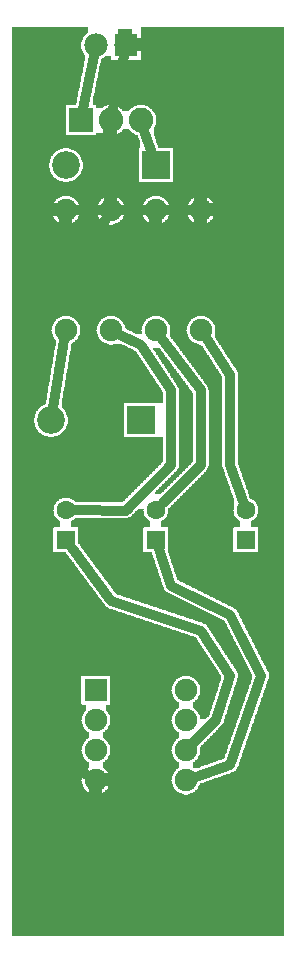
<source format=gtl>
G04 MADE WITH FRITZING*
G04 WWW.FRITZING.ORG*
G04 DOUBLE SIDED*
G04 HOLES PLATED*
G04 CONTOUR ON CENTER OF CONTOUR VECTOR*
%ASAXBY*%
%FSLAX23Y23*%
%MOIN*%
%OFA0B0*%
%SFA1.0B1.0*%
%ADD10C,0.075000*%
%ADD11C,0.082000*%
%ADD12C,0.078000*%
%ADD13C,0.092000*%
%ADD14C,0.062992*%
%ADD15R,0.075000X0.075000*%
%ADD16R,0.082000X0.082000*%
%ADD17R,0.078000X0.078000*%
%ADD18R,0.092000X0.092000*%
%ADD19R,0.062992X0.062992*%
%ADD20C,0.032000*%
%LNCOPPER1*%
G90*
G70*
G54D10*
X110Y2997D03*
X317Y1385D03*
X320Y861D03*
X620Y861D03*
X320Y761D03*
X620Y761D03*
X320Y661D03*
X620Y661D03*
X320Y561D03*
X620Y561D03*
G54D11*
X270Y2761D03*
X370Y2761D03*
X470Y2761D03*
G54D12*
X420Y3011D03*
X320Y3011D03*
G54D13*
X520Y2611D03*
X220Y2611D03*
X470Y1761D03*
X170Y1761D03*
G54D10*
X220Y2061D03*
X220Y2461D03*
G54D14*
X520Y1362D03*
X520Y1461D03*
X220Y1362D03*
X220Y1461D03*
X820Y1362D03*
X820Y1461D03*
G54D10*
X670Y2061D03*
X670Y2461D03*
X520Y2061D03*
X520Y2461D03*
X370Y2061D03*
X370Y2461D03*
G54D15*
X320Y861D03*
G54D16*
X270Y2761D03*
G54D17*
X420Y3011D03*
G54D18*
X520Y2611D03*
X470Y1761D03*
G54D19*
X520Y1362D03*
X220Y1362D03*
X820Y1362D03*
G54D20*
X278Y2798D02*
X313Y2976D01*
D02*
X378Y2798D02*
X413Y2976D01*
D02*
X507Y2651D02*
X482Y2725D01*
D02*
X336Y2461D02*
X255Y2461D01*
D02*
X405Y2461D02*
X486Y2461D01*
D02*
X555Y2461D02*
X636Y2461D01*
D02*
X177Y1803D02*
X215Y2027D01*
D02*
X768Y1910D02*
X768Y1912D01*
D02*
X768Y1912D02*
X689Y2032D01*
D02*
X768Y1611D02*
X768Y1910D01*
D02*
X810Y1492D02*
X768Y1611D01*
D02*
X420Y1460D02*
X253Y1461D01*
D02*
X570Y1663D02*
X570Y1611D01*
D02*
X570Y1861D02*
X570Y1762D01*
D02*
X570Y1611D02*
X420Y1460D01*
D02*
X570Y1762D02*
X570Y1663D01*
D02*
X471Y2011D02*
X570Y1861D01*
D02*
X401Y2046D02*
X471Y2011D01*
D02*
X669Y1611D02*
X669Y1861D01*
D02*
X669Y1861D02*
X541Y2033D01*
D02*
X543Y1484D02*
X669Y1611D01*
D02*
X721Y763D02*
X768Y909D01*
D02*
X768Y909D02*
X669Y1060D01*
D02*
X669Y1060D02*
X372Y1159D01*
D02*
X372Y1159D02*
X240Y1336D01*
D02*
X644Y685D02*
X721Y763D01*
D02*
X71Y711D02*
X71Y1960D01*
D02*
X71Y1960D02*
X353Y2432D01*
D02*
X291Y579D02*
X71Y711D01*
D02*
X768Y612D02*
X872Y909D01*
D02*
X570Y1210D02*
X530Y1332D01*
D02*
X768Y1111D02*
X570Y1210D01*
D02*
X872Y909D02*
X768Y1111D01*
D02*
X653Y572D02*
X768Y612D01*
G36*
X40Y3071D02*
X40Y2711D01*
X220Y2711D01*
X220Y2813D01*
X254Y2813D01*
X254Y2817D01*
X256Y2817D01*
X256Y2827D01*
X258Y2827D01*
X258Y2837D01*
X260Y2837D01*
X260Y2847D01*
X262Y2847D01*
X262Y2857D01*
X264Y2857D01*
X264Y2867D01*
X266Y2867D01*
X266Y2877D01*
X268Y2877D01*
X268Y2887D01*
X270Y2887D01*
X270Y2897D01*
X272Y2897D01*
X272Y2907D01*
X274Y2907D01*
X274Y2917D01*
X276Y2917D01*
X276Y2927D01*
X278Y2927D01*
X278Y2937D01*
X280Y2937D01*
X280Y2947D01*
X282Y2947D01*
X282Y2957D01*
X284Y2957D01*
X284Y2979D01*
X282Y2979D01*
X282Y2983D01*
X280Y2983D01*
X280Y2985D01*
X278Y2985D01*
X278Y2989D01*
X276Y2989D01*
X276Y2993D01*
X274Y2993D01*
X274Y2999D01*
X272Y2999D01*
X272Y3023D01*
X274Y3023D01*
X274Y3029D01*
X276Y3029D01*
X276Y3033D01*
X278Y3033D01*
X278Y3037D01*
X280Y3037D01*
X280Y3039D01*
X282Y3039D01*
X282Y3043D01*
X284Y3043D01*
X284Y3045D01*
X286Y3045D01*
X286Y3047D01*
X288Y3047D01*
X288Y3049D01*
X292Y3049D01*
X292Y3051D01*
X294Y3051D01*
X294Y3071D01*
X40Y3071D01*
G37*
D02*
G36*
X470Y3071D02*
X470Y2963D01*
X948Y2963D01*
X948Y3071D01*
X470Y3071D01*
G37*
D02*
G36*
X352Y2975D02*
X352Y2973D01*
X350Y2973D01*
X350Y2971D01*
X346Y2971D01*
X346Y2969D01*
X344Y2969D01*
X344Y2967D01*
X340Y2967D01*
X340Y2965D01*
X338Y2965D01*
X338Y2963D01*
X372Y2963D01*
X372Y2975D01*
X352Y2975D01*
G37*
D02*
G36*
X338Y2963D02*
X338Y2961D01*
X948Y2961D01*
X948Y2963D01*
X338Y2963D01*
G37*
D02*
G36*
X338Y2963D02*
X338Y2961D01*
X948Y2961D01*
X948Y2963D01*
X338Y2963D01*
G37*
D02*
G36*
X336Y2961D02*
X336Y2951D01*
X334Y2951D01*
X334Y2941D01*
X332Y2941D01*
X332Y2931D01*
X330Y2931D01*
X330Y2921D01*
X328Y2921D01*
X328Y2911D01*
X326Y2911D01*
X326Y2901D01*
X324Y2901D01*
X324Y2891D01*
X322Y2891D01*
X322Y2881D01*
X320Y2881D01*
X320Y2871D01*
X318Y2871D01*
X318Y2861D01*
X316Y2861D01*
X316Y2851D01*
X314Y2851D01*
X314Y2841D01*
X312Y2841D01*
X312Y2813D01*
X320Y2813D01*
X320Y2811D01*
X484Y2811D01*
X484Y2809D01*
X490Y2809D01*
X490Y2807D01*
X494Y2807D01*
X494Y2805D01*
X498Y2805D01*
X498Y2803D01*
X500Y2803D01*
X500Y2801D01*
X502Y2801D01*
X502Y2799D01*
X506Y2799D01*
X506Y2797D01*
X508Y2797D01*
X508Y2793D01*
X510Y2793D01*
X510Y2791D01*
X512Y2791D01*
X512Y2789D01*
X514Y2789D01*
X514Y2785D01*
X516Y2785D01*
X516Y2781D01*
X518Y2781D01*
X518Y2777D01*
X520Y2777D01*
X520Y2767D01*
X522Y2767D01*
X522Y2755D01*
X520Y2755D01*
X520Y2745D01*
X518Y2745D01*
X518Y2741D01*
X516Y2741D01*
X516Y2737D01*
X514Y2737D01*
X514Y2709D01*
X516Y2709D01*
X516Y2703D01*
X518Y2703D01*
X518Y2697D01*
X520Y2697D01*
X520Y2691D01*
X522Y2691D01*
X522Y2685D01*
X524Y2685D01*
X524Y2679D01*
X526Y2679D01*
X526Y2673D01*
X528Y2673D01*
X528Y2667D01*
X576Y2667D01*
X576Y2555D01*
X948Y2555D01*
X948Y2961D01*
X336Y2961D01*
G37*
D02*
G36*
X322Y2811D02*
X322Y2803D01*
X344Y2803D01*
X344Y2805D01*
X346Y2805D01*
X346Y2807D01*
X350Y2807D01*
X350Y2809D01*
X356Y2809D01*
X356Y2811D01*
X322Y2811D01*
G37*
D02*
G36*
X384Y2811D02*
X384Y2809D01*
X390Y2809D01*
X390Y2807D01*
X394Y2807D01*
X394Y2805D01*
X398Y2805D01*
X398Y2803D01*
X400Y2803D01*
X400Y2801D01*
X402Y2801D01*
X402Y2799D01*
X406Y2799D01*
X406Y2797D01*
X408Y2797D01*
X408Y2793D01*
X410Y2793D01*
X410Y2791D01*
X430Y2791D01*
X430Y2793D01*
X432Y2793D01*
X432Y2795D01*
X434Y2795D01*
X434Y2797D01*
X436Y2797D01*
X436Y2799D01*
X438Y2799D01*
X438Y2801D01*
X440Y2801D01*
X440Y2803D01*
X444Y2803D01*
X444Y2805D01*
X446Y2805D01*
X446Y2807D01*
X450Y2807D01*
X450Y2809D01*
X456Y2809D01*
X456Y2811D01*
X384Y2811D01*
G37*
D02*
G36*
X410Y2731D02*
X410Y2729D01*
X408Y2729D01*
X408Y2725D01*
X406Y2725D01*
X406Y2723D01*
X402Y2723D01*
X402Y2721D01*
X400Y2721D01*
X400Y2719D01*
X398Y2719D01*
X398Y2717D01*
X394Y2717D01*
X394Y2715D01*
X390Y2715D01*
X390Y2713D01*
X384Y2713D01*
X384Y2711D01*
X456Y2711D01*
X456Y2713D01*
X450Y2713D01*
X450Y2715D01*
X446Y2715D01*
X446Y2717D01*
X444Y2717D01*
X444Y2719D01*
X440Y2719D01*
X440Y2721D01*
X438Y2721D01*
X438Y2723D01*
X436Y2723D01*
X436Y2725D01*
X434Y2725D01*
X434Y2727D01*
X432Y2727D01*
X432Y2729D01*
X430Y2729D01*
X430Y2731D01*
X410Y2731D01*
G37*
D02*
G36*
X322Y2719D02*
X322Y2711D01*
X356Y2711D01*
X356Y2713D01*
X350Y2713D01*
X350Y2715D01*
X346Y2715D01*
X346Y2717D01*
X344Y2717D01*
X344Y2719D01*
X322Y2719D01*
G37*
D02*
G36*
X40Y2711D02*
X40Y2709D01*
X460Y2709D01*
X460Y2711D01*
X40Y2711D01*
G37*
D02*
G36*
X40Y2711D02*
X40Y2709D01*
X460Y2709D01*
X460Y2711D01*
X40Y2711D01*
G37*
D02*
G36*
X40Y2711D02*
X40Y2709D01*
X460Y2709D01*
X460Y2711D01*
X40Y2711D01*
G37*
D02*
G36*
X40Y2709D02*
X40Y2667D01*
X230Y2667D01*
X230Y2665D01*
X238Y2665D01*
X238Y2663D01*
X244Y2663D01*
X244Y2661D01*
X248Y2661D01*
X248Y2659D01*
X250Y2659D01*
X250Y2657D01*
X254Y2657D01*
X254Y2655D01*
X256Y2655D01*
X256Y2653D01*
X258Y2653D01*
X258Y2651D01*
X260Y2651D01*
X260Y2649D01*
X262Y2649D01*
X262Y2647D01*
X264Y2647D01*
X264Y2645D01*
X266Y2645D01*
X266Y2641D01*
X268Y2641D01*
X268Y2639D01*
X270Y2639D01*
X270Y2635D01*
X272Y2635D01*
X272Y2629D01*
X274Y2629D01*
X274Y2623D01*
X276Y2623D01*
X276Y2599D01*
X274Y2599D01*
X274Y2593D01*
X272Y2593D01*
X272Y2587D01*
X270Y2587D01*
X270Y2583D01*
X268Y2583D01*
X268Y2581D01*
X266Y2581D01*
X266Y2577D01*
X264Y2577D01*
X264Y2575D01*
X262Y2575D01*
X262Y2573D01*
X260Y2573D01*
X260Y2571D01*
X258Y2571D01*
X258Y2569D01*
X256Y2569D01*
X256Y2567D01*
X254Y2567D01*
X254Y2565D01*
X250Y2565D01*
X250Y2563D01*
X248Y2563D01*
X248Y2561D01*
X244Y2561D01*
X244Y2559D01*
X238Y2559D01*
X238Y2557D01*
X230Y2557D01*
X230Y2555D01*
X464Y2555D01*
X464Y2667D01*
X468Y2667D01*
X468Y2689D01*
X466Y2689D01*
X466Y2695D01*
X464Y2695D01*
X464Y2701D01*
X462Y2701D01*
X462Y2707D01*
X460Y2707D01*
X460Y2709D01*
X40Y2709D01*
G37*
D02*
G36*
X40Y2667D02*
X40Y2555D01*
X210Y2555D01*
X210Y2557D01*
X202Y2557D01*
X202Y2559D01*
X198Y2559D01*
X198Y2561D01*
X194Y2561D01*
X194Y2563D01*
X190Y2563D01*
X190Y2565D01*
X188Y2565D01*
X188Y2567D01*
X184Y2567D01*
X184Y2569D01*
X182Y2569D01*
X182Y2571D01*
X180Y2571D01*
X180Y2573D01*
X178Y2573D01*
X178Y2577D01*
X176Y2577D01*
X176Y2579D01*
X174Y2579D01*
X174Y2581D01*
X172Y2581D01*
X172Y2585D01*
X170Y2585D01*
X170Y2589D01*
X168Y2589D01*
X168Y2595D01*
X166Y2595D01*
X166Y2603D01*
X164Y2603D01*
X164Y2619D01*
X166Y2619D01*
X166Y2627D01*
X168Y2627D01*
X168Y2633D01*
X170Y2633D01*
X170Y2637D01*
X172Y2637D01*
X172Y2641D01*
X174Y2641D01*
X174Y2643D01*
X176Y2643D01*
X176Y2647D01*
X178Y2647D01*
X178Y2649D01*
X180Y2649D01*
X180Y2651D01*
X182Y2651D01*
X182Y2653D01*
X184Y2653D01*
X184Y2655D01*
X188Y2655D01*
X188Y2657D01*
X190Y2657D01*
X190Y2659D01*
X194Y2659D01*
X194Y2661D01*
X198Y2661D01*
X198Y2663D01*
X202Y2663D01*
X202Y2665D01*
X210Y2665D01*
X210Y2667D01*
X40Y2667D01*
G37*
D02*
G36*
X40Y2555D02*
X40Y2553D01*
X948Y2553D01*
X948Y2555D01*
X40Y2555D01*
G37*
D02*
G36*
X40Y2555D02*
X40Y2553D01*
X948Y2553D01*
X948Y2555D01*
X40Y2555D01*
G37*
D02*
G36*
X40Y2555D02*
X40Y2553D01*
X948Y2553D01*
X948Y2555D01*
X40Y2555D01*
G37*
D02*
G36*
X40Y2553D02*
X40Y2509D01*
X676Y2509D01*
X676Y2507D01*
X684Y2507D01*
X684Y2505D01*
X690Y2505D01*
X690Y2503D01*
X694Y2503D01*
X694Y2501D01*
X698Y2501D01*
X698Y2499D01*
X700Y2499D01*
X700Y2497D01*
X702Y2497D01*
X702Y2495D01*
X704Y2495D01*
X704Y2493D01*
X706Y2493D01*
X706Y2491D01*
X708Y2491D01*
X708Y2489D01*
X710Y2489D01*
X710Y2485D01*
X712Y2485D01*
X712Y2481D01*
X714Y2481D01*
X714Y2477D01*
X716Y2477D01*
X716Y2469D01*
X718Y2469D01*
X718Y2453D01*
X716Y2453D01*
X716Y2445D01*
X714Y2445D01*
X714Y2441D01*
X712Y2441D01*
X712Y2437D01*
X710Y2437D01*
X710Y2433D01*
X708Y2433D01*
X708Y2431D01*
X706Y2431D01*
X706Y2429D01*
X704Y2429D01*
X704Y2427D01*
X702Y2427D01*
X702Y2425D01*
X700Y2425D01*
X700Y2423D01*
X698Y2423D01*
X698Y2421D01*
X694Y2421D01*
X694Y2419D01*
X690Y2419D01*
X690Y2417D01*
X684Y2417D01*
X684Y2415D01*
X676Y2415D01*
X676Y2413D01*
X948Y2413D01*
X948Y2553D01*
X40Y2553D01*
G37*
D02*
G36*
X40Y2509D02*
X40Y2413D01*
X214Y2413D01*
X214Y2415D01*
X206Y2415D01*
X206Y2417D01*
X200Y2417D01*
X200Y2419D01*
X196Y2419D01*
X196Y2421D01*
X194Y2421D01*
X194Y2423D01*
X190Y2423D01*
X190Y2425D01*
X188Y2425D01*
X188Y2427D01*
X186Y2427D01*
X186Y2429D01*
X184Y2429D01*
X184Y2433D01*
X182Y2433D01*
X182Y2435D01*
X180Y2435D01*
X180Y2439D01*
X178Y2439D01*
X178Y2441D01*
X176Y2441D01*
X176Y2447D01*
X174Y2447D01*
X174Y2459D01*
X172Y2459D01*
X172Y2463D01*
X174Y2463D01*
X174Y2475D01*
X176Y2475D01*
X176Y2481D01*
X178Y2481D01*
X178Y2483D01*
X180Y2483D01*
X180Y2487D01*
X182Y2487D01*
X182Y2489D01*
X184Y2489D01*
X184Y2493D01*
X186Y2493D01*
X186Y2495D01*
X188Y2495D01*
X188Y2497D01*
X190Y2497D01*
X190Y2499D01*
X194Y2499D01*
X194Y2501D01*
X196Y2501D01*
X196Y2503D01*
X200Y2503D01*
X200Y2505D01*
X206Y2505D01*
X206Y2507D01*
X214Y2507D01*
X214Y2509D01*
X40Y2509D01*
G37*
D02*
G36*
X226Y2509D02*
X226Y2507D01*
X234Y2507D01*
X234Y2505D01*
X240Y2505D01*
X240Y2503D01*
X244Y2503D01*
X244Y2501D01*
X248Y2501D01*
X248Y2499D01*
X250Y2499D01*
X250Y2497D01*
X252Y2497D01*
X252Y2495D01*
X254Y2495D01*
X254Y2493D01*
X256Y2493D01*
X256Y2491D01*
X258Y2491D01*
X258Y2489D01*
X260Y2489D01*
X260Y2485D01*
X262Y2485D01*
X262Y2481D01*
X264Y2481D01*
X264Y2477D01*
X266Y2477D01*
X266Y2469D01*
X268Y2469D01*
X268Y2453D01*
X266Y2453D01*
X266Y2445D01*
X264Y2445D01*
X264Y2441D01*
X262Y2441D01*
X262Y2437D01*
X260Y2437D01*
X260Y2433D01*
X258Y2433D01*
X258Y2431D01*
X256Y2431D01*
X256Y2429D01*
X254Y2429D01*
X254Y2427D01*
X252Y2427D01*
X252Y2425D01*
X250Y2425D01*
X250Y2423D01*
X248Y2423D01*
X248Y2421D01*
X244Y2421D01*
X244Y2419D01*
X240Y2419D01*
X240Y2417D01*
X234Y2417D01*
X234Y2415D01*
X226Y2415D01*
X226Y2413D01*
X364Y2413D01*
X364Y2415D01*
X356Y2415D01*
X356Y2417D01*
X350Y2417D01*
X350Y2419D01*
X346Y2419D01*
X346Y2421D01*
X344Y2421D01*
X344Y2423D01*
X340Y2423D01*
X340Y2425D01*
X338Y2425D01*
X338Y2427D01*
X336Y2427D01*
X336Y2429D01*
X334Y2429D01*
X334Y2433D01*
X332Y2433D01*
X332Y2435D01*
X330Y2435D01*
X330Y2439D01*
X328Y2439D01*
X328Y2441D01*
X326Y2441D01*
X326Y2447D01*
X324Y2447D01*
X324Y2459D01*
X322Y2459D01*
X322Y2463D01*
X324Y2463D01*
X324Y2475D01*
X326Y2475D01*
X326Y2481D01*
X328Y2481D01*
X328Y2483D01*
X330Y2483D01*
X330Y2487D01*
X332Y2487D01*
X332Y2489D01*
X334Y2489D01*
X334Y2493D01*
X336Y2493D01*
X336Y2495D01*
X338Y2495D01*
X338Y2497D01*
X340Y2497D01*
X340Y2499D01*
X344Y2499D01*
X344Y2501D01*
X346Y2501D01*
X346Y2503D01*
X350Y2503D01*
X350Y2505D01*
X356Y2505D01*
X356Y2507D01*
X364Y2507D01*
X364Y2509D01*
X226Y2509D01*
G37*
D02*
G36*
X376Y2509D02*
X376Y2507D01*
X384Y2507D01*
X384Y2505D01*
X390Y2505D01*
X390Y2503D01*
X394Y2503D01*
X394Y2501D01*
X398Y2501D01*
X398Y2499D01*
X400Y2499D01*
X400Y2497D01*
X402Y2497D01*
X402Y2495D01*
X404Y2495D01*
X404Y2493D01*
X406Y2493D01*
X406Y2491D01*
X408Y2491D01*
X408Y2489D01*
X410Y2489D01*
X410Y2485D01*
X412Y2485D01*
X412Y2481D01*
X414Y2481D01*
X414Y2477D01*
X416Y2477D01*
X416Y2469D01*
X418Y2469D01*
X418Y2453D01*
X416Y2453D01*
X416Y2445D01*
X414Y2445D01*
X414Y2441D01*
X412Y2441D01*
X412Y2437D01*
X410Y2437D01*
X410Y2433D01*
X408Y2433D01*
X408Y2431D01*
X406Y2431D01*
X406Y2429D01*
X404Y2429D01*
X404Y2427D01*
X402Y2427D01*
X402Y2425D01*
X400Y2425D01*
X400Y2423D01*
X398Y2423D01*
X398Y2421D01*
X394Y2421D01*
X394Y2419D01*
X390Y2419D01*
X390Y2417D01*
X384Y2417D01*
X384Y2415D01*
X376Y2415D01*
X376Y2413D01*
X514Y2413D01*
X514Y2415D01*
X506Y2415D01*
X506Y2417D01*
X500Y2417D01*
X500Y2419D01*
X496Y2419D01*
X496Y2421D01*
X494Y2421D01*
X494Y2423D01*
X490Y2423D01*
X490Y2425D01*
X488Y2425D01*
X488Y2427D01*
X486Y2427D01*
X486Y2429D01*
X484Y2429D01*
X484Y2433D01*
X482Y2433D01*
X482Y2435D01*
X480Y2435D01*
X480Y2439D01*
X478Y2439D01*
X478Y2441D01*
X476Y2441D01*
X476Y2447D01*
X474Y2447D01*
X474Y2459D01*
X472Y2459D01*
X472Y2463D01*
X474Y2463D01*
X474Y2475D01*
X476Y2475D01*
X476Y2481D01*
X478Y2481D01*
X478Y2483D01*
X480Y2483D01*
X480Y2487D01*
X482Y2487D01*
X482Y2489D01*
X484Y2489D01*
X484Y2493D01*
X486Y2493D01*
X486Y2495D01*
X488Y2495D01*
X488Y2497D01*
X490Y2497D01*
X490Y2499D01*
X494Y2499D01*
X494Y2501D01*
X496Y2501D01*
X496Y2503D01*
X500Y2503D01*
X500Y2505D01*
X506Y2505D01*
X506Y2507D01*
X514Y2507D01*
X514Y2509D01*
X376Y2509D01*
G37*
D02*
G36*
X526Y2509D02*
X526Y2507D01*
X534Y2507D01*
X534Y2505D01*
X540Y2505D01*
X540Y2503D01*
X544Y2503D01*
X544Y2501D01*
X548Y2501D01*
X548Y2499D01*
X550Y2499D01*
X550Y2497D01*
X552Y2497D01*
X552Y2495D01*
X554Y2495D01*
X554Y2493D01*
X556Y2493D01*
X556Y2491D01*
X558Y2491D01*
X558Y2489D01*
X560Y2489D01*
X560Y2485D01*
X562Y2485D01*
X562Y2481D01*
X564Y2481D01*
X564Y2477D01*
X566Y2477D01*
X566Y2469D01*
X568Y2469D01*
X568Y2453D01*
X566Y2453D01*
X566Y2445D01*
X564Y2445D01*
X564Y2441D01*
X562Y2441D01*
X562Y2437D01*
X560Y2437D01*
X560Y2433D01*
X558Y2433D01*
X558Y2431D01*
X556Y2431D01*
X556Y2429D01*
X554Y2429D01*
X554Y2427D01*
X552Y2427D01*
X552Y2425D01*
X550Y2425D01*
X550Y2423D01*
X548Y2423D01*
X548Y2421D01*
X544Y2421D01*
X544Y2419D01*
X540Y2419D01*
X540Y2417D01*
X534Y2417D01*
X534Y2415D01*
X526Y2415D01*
X526Y2413D01*
X664Y2413D01*
X664Y2415D01*
X656Y2415D01*
X656Y2417D01*
X650Y2417D01*
X650Y2419D01*
X646Y2419D01*
X646Y2421D01*
X644Y2421D01*
X644Y2423D01*
X640Y2423D01*
X640Y2425D01*
X638Y2425D01*
X638Y2427D01*
X636Y2427D01*
X636Y2429D01*
X634Y2429D01*
X634Y2433D01*
X632Y2433D01*
X632Y2435D01*
X630Y2435D01*
X630Y2439D01*
X628Y2439D01*
X628Y2441D01*
X626Y2441D01*
X626Y2447D01*
X624Y2447D01*
X624Y2459D01*
X622Y2459D01*
X622Y2463D01*
X624Y2463D01*
X624Y2475D01*
X626Y2475D01*
X626Y2481D01*
X628Y2481D01*
X628Y2483D01*
X630Y2483D01*
X630Y2487D01*
X632Y2487D01*
X632Y2489D01*
X634Y2489D01*
X634Y2493D01*
X636Y2493D01*
X636Y2495D01*
X638Y2495D01*
X638Y2497D01*
X640Y2497D01*
X640Y2499D01*
X644Y2499D01*
X644Y2501D01*
X646Y2501D01*
X646Y2503D01*
X650Y2503D01*
X650Y2505D01*
X656Y2505D01*
X656Y2507D01*
X664Y2507D01*
X664Y2509D01*
X526Y2509D01*
G37*
D02*
G36*
X40Y2413D02*
X40Y2411D01*
X948Y2411D01*
X948Y2413D01*
X40Y2413D01*
G37*
D02*
G36*
X40Y2413D02*
X40Y2411D01*
X948Y2411D01*
X948Y2413D01*
X40Y2413D01*
G37*
D02*
G36*
X40Y2413D02*
X40Y2411D01*
X948Y2411D01*
X948Y2413D01*
X40Y2413D01*
G37*
D02*
G36*
X40Y2413D02*
X40Y2411D01*
X948Y2411D01*
X948Y2413D01*
X40Y2413D01*
G37*
D02*
G36*
X40Y2413D02*
X40Y2411D01*
X948Y2411D01*
X948Y2413D01*
X40Y2413D01*
G37*
D02*
G36*
X40Y2411D02*
X40Y2109D01*
X676Y2109D01*
X676Y2107D01*
X684Y2107D01*
X684Y2105D01*
X690Y2105D01*
X690Y2103D01*
X694Y2103D01*
X694Y2101D01*
X698Y2101D01*
X698Y2099D01*
X700Y2099D01*
X700Y2097D01*
X702Y2097D01*
X702Y2095D01*
X704Y2095D01*
X704Y2093D01*
X706Y2093D01*
X706Y2091D01*
X708Y2091D01*
X708Y2089D01*
X710Y2089D01*
X710Y2085D01*
X712Y2085D01*
X712Y2081D01*
X714Y2081D01*
X714Y2077D01*
X716Y2077D01*
X716Y2069D01*
X718Y2069D01*
X718Y2035D01*
X720Y2035D01*
X720Y2031D01*
X722Y2031D01*
X722Y2029D01*
X724Y2029D01*
X724Y2025D01*
X726Y2025D01*
X726Y2023D01*
X728Y2023D01*
X728Y2019D01*
X730Y2019D01*
X730Y2017D01*
X732Y2017D01*
X732Y2013D01*
X734Y2013D01*
X734Y2011D01*
X736Y2011D01*
X736Y2007D01*
X738Y2007D01*
X738Y2005D01*
X740Y2005D01*
X740Y2001D01*
X742Y2001D01*
X742Y1997D01*
X744Y1997D01*
X744Y1995D01*
X746Y1995D01*
X746Y1991D01*
X748Y1991D01*
X748Y1989D01*
X750Y1989D01*
X750Y1985D01*
X752Y1985D01*
X752Y1983D01*
X754Y1983D01*
X754Y1979D01*
X756Y1979D01*
X756Y1977D01*
X758Y1977D01*
X758Y1973D01*
X760Y1973D01*
X760Y1971D01*
X762Y1971D01*
X762Y1967D01*
X764Y1967D01*
X764Y1965D01*
X766Y1965D01*
X766Y1961D01*
X768Y1961D01*
X768Y1959D01*
X770Y1959D01*
X770Y1955D01*
X772Y1955D01*
X772Y1953D01*
X774Y1953D01*
X774Y1949D01*
X776Y1949D01*
X776Y1947D01*
X778Y1947D01*
X778Y1943D01*
X780Y1943D01*
X780Y1941D01*
X782Y1941D01*
X782Y1937D01*
X784Y1937D01*
X784Y1935D01*
X786Y1935D01*
X786Y1931D01*
X788Y1931D01*
X788Y1929D01*
X790Y1929D01*
X790Y1925D01*
X792Y1925D01*
X792Y1921D01*
X794Y1921D01*
X794Y1613D01*
X796Y1613D01*
X796Y1607D01*
X798Y1607D01*
X798Y1601D01*
X800Y1601D01*
X800Y1597D01*
X802Y1597D01*
X802Y1591D01*
X804Y1591D01*
X804Y1585D01*
X806Y1585D01*
X806Y1579D01*
X808Y1579D01*
X808Y1573D01*
X810Y1573D01*
X810Y1567D01*
X812Y1567D01*
X812Y1561D01*
X814Y1561D01*
X814Y1555D01*
X816Y1555D01*
X816Y1549D01*
X818Y1549D01*
X818Y1545D01*
X820Y1545D01*
X820Y1539D01*
X822Y1539D01*
X822Y1533D01*
X824Y1533D01*
X824Y1527D01*
X826Y1527D01*
X826Y1521D01*
X828Y1521D01*
X828Y1515D01*
X830Y1515D01*
X830Y1509D01*
X832Y1509D01*
X832Y1503D01*
X834Y1503D01*
X834Y1499D01*
X838Y1499D01*
X838Y1497D01*
X842Y1497D01*
X842Y1495D01*
X846Y1495D01*
X846Y1493D01*
X848Y1493D01*
X848Y1491D01*
X850Y1491D01*
X850Y1489D01*
X852Y1489D01*
X852Y1487D01*
X854Y1487D01*
X854Y1483D01*
X856Y1483D01*
X856Y1479D01*
X858Y1479D01*
X858Y1475D01*
X860Y1475D01*
X860Y1469D01*
X862Y1469D01*
X862Y1453D01*
X860Y1453D01*
X860Y1447D01*
X858Y1447D01*
X858Y1443D01*
X856Y1443D01*
X856Y1439D01*
X854Y1439D01*
X854Y1435D01*
X852Y1435D01*
X852Y1433D01*
X850Y1433D01*
X850Y1431D01*
X848Y1431D01*
X848Y1429D01*
X846Y1429D01*
X846Y1427D01*
X842Y1427D01*
X842Y1425D01*
X838Y1425D01*
X838Y1405D01*
X862Y1405D01*
X862Y1321D01*
X948Y1321D01*
X948Y2411D01*
X40Y2411D01*
G37*
D02*
G36*
X40Y2109D02*
X40Y1705D01*
X160Y1705D01*
X160Y1707D01*
X152Y1707D01*
X152Y1709D01*
X148Y1709D01*
X148Y1711D01*
X144Y1711D01*
X144Y1713D01*
X140Y1713D01*
X140Y1715D01*
X138Y1715D01*
X138Y1717D01*
X134Y1717D01*
X134Y1719D01*
X132Y1719D01*
X132Y1721D01*
X130Y1721D01*
X130Y1723D01*
X128Y1723D01*
X128Y1727D01*
X126Y1727D01*
X126Y1729D01*
X124Y1729D01*
X124Y1731D01*
X122Y1731D01*
X122Y1735D01*
X120Y1735D01*
X120Y1739D01*
X118Y1739D01*
X118Y1745D01*
X116Y1745D01*
X116Y1753D01*
X114Y1753D01*
X114Y1769D01*
X116Y1769D01*
X116Y1777D01*
X118Y1777D01*
X118Y1783D01*
X120Y1783D01*
X120Y1787D01*
X122Y1787D01*
X122Y1791D01*
X124Y1791D01*
X124Y1793D01*
X126Y1793D01*
X126Y1797D01*
X128Y1797D01*
X128Y1799D01*
X130Y1799D01*
X130Y1801D01*
X132Y1801D01*
X132Y1803D01*
X134Y1803D01*
X134Y1805D01*
X138Y1805D01*
X138Y1807D01*
X140Y1807D01*
X140Y1809D01*
X144Y1809D01*
X144Y1811D01*
X148Y1811D01*
X148Y1813D01*
X152Y1813D01*
X152Y1815D01*
X154Y1815D01*
X154Y1827D01*
X156Y1827D01*
X156Y1839D01*
X158Y1839D01*
X158Y1851D01*
X160Y1851D01*
X160Y1863D01*
X162Y1863D01*
X162Y1875D01*
X164Y1875D01*
X164Y1887D01*
X166Y1887D01*
X166Y1899D01*
X168Y1899D01*
X168Y1911D01*
X170Y1911D01*
X170Y1923D01*
X172Y1923D01*
X172Y1935D01*
X174Y1935D01*
X174Y1947D01*
X176Y1947D01*
X176Y1959D01*
X178Y1959D01*
X178Y1971D01*
X180Y1971D01*
X180Y1983D01*
X182Y1983D01*
X182Y1995D01*
X184Y1995D01*
X184Y2007D01*
X186Y2007D01*
X186Y2029D01*
X184Y2029D01*
X184Y2033D01*
X182Y2033D01*
X182Y2035D01*
X180Y2035D01*
X180Y2039D01*
X178Y2039D01*
X178Y2041D01*
X176Y2041D01*
X176Y2047D01*
X174Y2047D01*
X174Y2059D01*
X172Y2059D01*
X172Y2063D01*
X174Y2063D01*
X174Y2075D01*
X176Y2075D01*
X176Y2081D01*
X178Y2081D01*
X178Y2083D01*
X180Y2083D01*
X180Y2087D01*
X182Y2087D01*
X182Y2089D01*
X184Y2089D01*
X184Y2093D01*
X186Y2093D01*
X186Y2095D01*
X188Y2095D01*
X188Y2097D01*
X190Y2097D01*
X190Y2099D01*
X194Y2099D01*
X194Y2101D01*
X196Y2101D01*
X196Y2103D01*
X200Y2103D01*
X200Y2105D01*
X206Y2105D01*
X206Y2107D01*
X214Y2107D01*
X214Y2109D01*
X40Y2109D01*
G37*
D02*
G36*
X226Y2109D02*
X226Y2107D01*
X234Y2107D01*
X234Y2105D01*
X240Y2105D01*
X240Y2103D01*
X244Y2103D01*
X244Y2101D01*
X248Y2101D01*
X248Y2099D01*
X250Y2099D01*
X250Y2097D01*
X252Y2097D01*
X252Y2095D01*
X254Y2095D01*
X254Y2093D01*
X256Y2093D01*
X256Y2091D01*
X258Y2091D01*
X258Y2089D01*
X260Y2089D01*
X260Y2085D01*
X262Y2085D01*
X262Y2081D01*
X264Y2081D01*
X264Y2077D01*
X266Y2077D01*
X266Y2069D01*
X268Y2069D01*
X268Y2053D01*
X266Y2053D01*
X266Y2045D01*
X264Y2045D01*
X264Y2041D01*
X262Y2041D01*
X262Y2037D01*
X260Y2037D01*
X260Y2033D01*
X258Y2033D01*
X258Y2031D01*
X256Y2031D01*
X256Y2029D01*
X254Y2029D01*
X254Y2027D01*
X252Y2027D01*
X252Y2025D01*
X250Y2025D01*
X250Y2023D01*
X248Y2023D01*
X248Y2021D01*
X244Y2021D01*
X244Y2019D01*
X240Y2019D01*
X240Y2015D01*
X238Y2015D01*
X238Y2013D01*
X364Y2013D01*
X364Y2015D01*
X356Y2015D01*
X356Y2017D01*
X350Y2017D01*
X350Y2019D01*
X346Y2019D01*
X346Y2021D01*
X344Y2021D01*
X344Y2023D01*
X340Y2023D01*
X340Y2025D01*
X338Y2025D01*
X338Y2027D01*
X336Y2027D01*
X336Y2029D01*
X334Y2029D01*
X334Y2033D01*
X332Y2033D01*
X332Y2035D01*
X330Y2035D01*
X330Y2039D01*
X328Y2039D01*
X328Y2041D01*
X326Y2041D01*
X326Y2047D01*
X324Y2047D01*
X324Y2059D01*
X322Y2059D01*
X322Y2063D01*
X324Y2063D01*
X324Y2075D01*
X326Y2075D01*
X326Y2081D01*
X328Y2081D01*
X328Y2083D01*
X330Y2083D01*
X330Y2087D01*
X332Y2087D01*
X332Y2089D01*
X334Y2089D01*
X334Y2093D01*
X336Y2093D01*
X336Y2095D01*
X338Y2095D01*
X338Y2097D01*
X340Y2097D01*
X340Y2099D01*
X344Y2099D01*
X344Y2101D01*
X346Y2101D01*
X346Y2103D01*
X350Y2103D01*
X350Y2105D01*
X356Y2105D01*
X356Y2107D01*
X364Y2107D01*
X364Y2109D01*
X226Y2109D01*
G37*
D02*
G36*
X376Y2109D02*
X376Y2107D01*
X384Y2107D01*
X384Y2105D01*
X390Y2105D01*
X390Y2103D01*
X394Y2103D01*
X394Y2101D01*
X398Y2101D01*
X398Y2099D01*
X400Y2099D01*
X400Y2097D01*
X402Y2097D01*
X402Y2095D01*
X404Y2095D01*
X404Y2093D01*
X406Y2093D01*
X406Y2091D01*
X408Y2091D01*
X408Y2089D01*
X410Y2089D01*
X410Y2085D01*
X412Y2085D01*
X412Y2081D01*
X414Y2081D01*
X414Y2077D01*
X416Y2077D01*
X416Y2069D01*
X418Y2069D01*
X418Y2067D01*
X420Y2067D01*
X420Y2065D01*
X424Y2065D01*
X424Y2063D01*
X428Y2063D01*
X428Y2061D01*
X432Y2061D01*
X432Y2059D01*
X436Y2059D01*
X436Y2057D01*
X440Y2057D01*
X440Y2055D01*
X444Y2055D01*
X444Y2053D01*
X448Y2053D01*
X448Y2051D01*
X452Y2051D01*
X452Y2049D01*
X474Y2049D01*
X474Y2059D01*
X472Y2059D01*
X472Y2063D01*
X474Y2063D01*
X474Y2075D01*
X476Y2075D01*
X476Y2081D01*
X478Y2081D01*
X478Y2083D01*
X480Y2083D01*
X480Y2087D01*
X482Y2087D01*
X482Y2089D01*
X484Y2089D01*
X484Y2093D01*
X486Y2093D01*
X486Y2095D01*
X488Y2095D01*
X488Y2097D01*
X490Y2097D01*
X490Y2099D01*
X494Y2099D01*
X494Y2101D01*
X496Y2101D01*
X496Y2103D01*
X500Y2103D01*
X500Y2105D01*
X506Y2105D01*
X506Y2107D01*
X514Y2107D01*
X514Y2109D01*
X376Y2109D01*
G37*
D02*
G36*
X526Y2109D02*
X526Y2107D01*
X534Y2107D01*
X534Y2105D01*
X540Y2105D01*
X540Y2103D01*
X544Y2103D01*
X544Y2101D01*
X548Y2101D01*
X548Y2099D01*
X550Y2099D01*
X550Y2097D01*
X552Y2097D01*
X552Y2095D01*
X554Y2095D01*
X554Y2093D01*
X556Y2093D01*
X556Y2091D01*
X558Y2091D01*
X558Y2089D01*
X560Y2089D01*
X560Y2085D01*
X562Y2085D01*
X562Y2081D01*
X564Y2081D01*
X564Y2077D01*
X566Y2077D01*
X566Y2069D01*
X568Y2069D01*
X568Y2039D01*
X570Y2039D01*
X570Y2037D01*
X572Y2037D01*
X572Y2033D01*
X574Y2033D01*
X574Y2031D01*
X576Y2031D01*
X576Y2029D01*
X578Y2029D01*
X578Y2025D01*
X580Y2025D01*
X580Y2023D01*
X582Y2023D01*
X582Y2021D01*
X584Y2021D01*
X584Y2017D01*
X586Y2017D01*
X586Y2015D01*
X588Y2015D01*
X588Y2013D01*
X590Y2013D01*
X590Y2009D01*
X592Y2009D01*
X592Y2007D01*
X594Y2007D01*
X594Y2005D01*
X596Y2005D01*
X596Y2001D01*
X598Y2001D01*
X598Y1999D01*
X600Y1999D01*
X600Y1997D01*
X602Y1997D01*
X602Y1993D01*
X604Y1993D01*
X604Y1991D01*
X606Y1991D01*
X606Y1989D01*
X608Y1989D01*
X608Y1985D01*
X610Y1985D01*
X610Y1983D01*
X612Y1983D01*
X612Y1979D01*
X614Y1979D01*
X614Y1977D01*
X616Y1977D01*
X616Y1975D01*
X618Y1975D01*
X618Y1971D01*
X620Y1971D01*
X620Y1969D01*
X622Y1969D01*
X622Y1967D01*
X624Y1967D01*
X624Y1963D01*
X626Y1963D01*
X626Y1961D01*
X628Y1961D01*
X628Y1959D01*
X630Y1959D01*
X630Y1955D01*
X632Y1955D01*
X632Y1953D01*
X634Y1953D01*
X634Y1951D01*
X636Y1951D01*
X636Y1947D01*
X638Y1947D01*
X638Y1945D01*
X640Y1945D01*
X640Y1943D01*
X642Y1943D01*
X642Y1939D01*
X644Y1939D01*
X644Y1937D01*
X646Y1937D01*
X646Y1935D01*
X648Y1935D01*
X648Y1931D01*
X650Y1931D01*
X650Y1929D01*
X652Y1929D01*
X652Y1927D01*
X654Y1927D01*
X654Y1923D01*
X656Y1923D01*
X656Y1921D01*
X658Y1921D01*
X658Y1919D01*
X660Y1919D01*
X660Y1915D01*
X662Y1915D01*
X662Y1913D01*
X664Y1913D01*
X664Y1911D01*
X666Y1911D01*
X666Y1907D01*
X668Y1907D01*
X668Y1905D01*
X670Y1905D01*
X670Y1901D01*
X672Y1901D01*
X672Y1899D01*
X674Y1899D01*
X674Y1897D01*
X676Y1897D01*
X676Y1893D01*
X678Y1893D01*
X678Y1891D01*
X680Y1891D01*
X680Y1889D01*
X682Y1889D01*
X682Y1885D01*
X684Y1885D01*
X684Y1883D01*
X686Y1883D01*
X686Y1881D01*
X688Y1881D01*
X688Y1877D01*
X690Y1877D01*
X690Y1875D01*
X692Y1875D01*
X692Y1871D01*
X694Y1871D01*
X694Y1863D01*
X696Y1863D01*
X696Y1607D01*
X694Y1607D01*
X694Y1601D01*
X692Y1601D01*
X692Y1597D01*
X690Y1597D01*
X690Y1595D01*
X688Y1595D01*
X688Y1591D01*
X686Y1591D01*
X686Y1589D01*
X684Y1589D01*
X684Y1587D01*
X682Y1587D01*
X682Y1585D01*
X680Y1585D01*
X680Y1583D01*
X678Y1583D01*
X678Y1581D01*
X676Y1581D01*
X676Y1579D01*
X674Y1579D01*
X674Y1577D01*
X672Y1577D01*
X672Y1575D01*
X670Y1575D01*
X670Y1573D01*
X668Y1573D01*
X668Y1571D01*
X666Y1571D01*
X666Y1569D01*
X664Y1569D01*
X664Y1567D01*
X662Y1567D01*
X662Y1565D01*
X660Y1565D01*
X660Y1563D01*
X658Y1563D01*
X658Y1561D01*
X656Y1561D01*
X656Y1559D01*
X654Y1559D01*
X654Y1557D01*
X652Y1557D01*
X652Y1555D01*
X650Y1555D01*
X650Y1553D01*
X648Y1553D01*
X648Y1551D01*
X646Y1551D01*
X646Y1549D01*
X644Y1549D01*
X644Y1547D01*
X642Y1547D01*
X642Y1545D01*
X640Y1545D01*
X640Y1543D01*
X638Y1543D01*
X638Y1541D01*
X636Y1541D01*
X636Y1539D01*
X634Y1539D01*
X634Y1537D01*
X632Y1537D01*
X632Y1535D01*
X630Y1535D01*
X630Y1533D01*
X628Y1533D01*
X628Y1531D01*
X626Y1531D01*
X626Y1529D01*
X624Y1529D01*
X624Y1527D01*
X622Y1527D01*
X622Y1525D01*
X620Y1525D01*
X620Y1523D01*
X618Y1523D01*
X618Y1521D01*
X616Y1521D01*
X616Y1519D01*
X614Y1519D01*
X614Y1517D01*
X612Y1517D01*
X612Y1515D01*
X610Y1515D01*
X610Y1513D01*
X608Y1513D01*
X608Y1511D01*
X606Y1511D01*
X606Y1509D01*
X604Y1509D01*
X604Y1507D01*
X602Y1507D01*
X602Y1505D01*
X600Y1505D01*
X600Y1503D01*
X598Y1503D01*
X598Y1501D01*
X596Y1501D01*
X596Y1499D01*
X594Y1499D01*
X594Y1497D01*
X592Y1497D01*
X592Y1495D01*
X590Y1495D01*
X590Y1493D01*
X588Y1493D01*
X588Y1491D01*
X586Y1491D01*
X586Y1489D01*
X584Y1489D01*
X584Y1487D01*
X582Y1487D01*
X582Y1485D01*
X580Y1485D01*
X580Y1483D01*
X578Y1483D01*
X578Y1481D01*
X576Y1481D01*
X576Y1479D01*
X574Y1479D01*
X574Y1477D01*
X572Y1477D01*
X572Y1475D01*
X570Y1475D01*
X570Y1473D01*
X568Y1473D01*
X568Y1471D01*
X566Y1471D01*
X566Y1469D01*
X564Y1469D01*
X564Y1467D01*
X562Y1467D01*
X562Y1453D01*
X560Y1453D01*
X560Y1447D01*
X558Y1447D01*
X558Y1443D01*
X556Y1443D01*
X556Y1439D01*
X554Y1439D01*
X554Y1435D01*
X552Y1435D01*
X552Y1433D01*
X550Y1433D01*
X550Y1431D01*
X548Y1431D01*
X548Y1429D01*
X546Y1429D01*
X546Y1427D01*
X542Y1427D01*
X542Y1425D01*
X538Y1425D01*
X538Y1405D01*
X562Y1405D01*
X562Y1321D01*
X778Y1321D01*
X778Y1403D01*
X780Y1403D01*
X780Y1405D01*
X802Y1405D01*
X802Y1425D01*
X798Y1425D01*
X798Y1427D01*
X796Y1427D01*
X796Y1429D01*
X794Y1429D01*
X794Y1431D01*
X790Y1431D01*
X790Y1435D01*
X788Y1435D01*
X788Y1437D01*
X786Y1437D01*
X786Y1439D01*
X784Y1439D01*
X784Y1443D01*
X782Y1443D01*
X782Y1449D01*
X780Y1449D01*
X780Y1459D01*
X778Y1459D01*
X778Y1463D01*
X780Y1463D01*
X780Y1473D01*
X782Y1473D01*
X782Y1495D01*
X780Y1495D01*
X780Y1501D01*
X778Y1501D01*
X778Y1507D01*
X776Y1507D01*
X776Y1513D01*
X774Y1513D01*
X774Y1519D01*
X772Y1519D01*
X772Y1523D01*
X770Y1523D01*
X770Y1529D01*
X768Y1529D01*
X768Y1535D01*
X766Y1535D01*
X766Y1541D01*
X764Y1541D01*
X764Y1547D01*
X762Y1547D01*
X762Y1553D01*
X760Y1553D01*
X760Y1559D01*
X758Y1559D01*
X758Y1565D01*
X756Y1565D01*
X756Y1569D01*
X754Y1569D01*
X754Y1575D01*
X752Y1575D01*
X752Y1581D01*
X750Y1581D01*
X750Y1587D01*
X748Y1587D01*
X748Y1593D01*
X746Y1593D01*
X746Y1599D01*
X744Y1599D01*
X744Y1605D01*
X742Y1605D01*
X742Y1907D01*
X740Y1907D01*
X740Y1909D01*
X738Y1909D01*
X738Y1913D01*
X736Y1913D01*
X736Y1915D01*
X734Y1915D01*
X734Y1919D01*
X732Y1919D01*
X732Y1921D01*
X730Y1921D01*
X730Y1925D01*
X728Y1925D01*
X728Y1927D01*
X726Y1927D01*
X726Y1931D01*
X724Y1931D01*
X724Y1933D01*
X722Y1933D01*
X722Y1937D01*
X720Y1937D01*
X720Y1939D01*
X718Y1939D01*
X718Y1943D01*
X716Y1943D01*
X716Y1945D01*
X714Y1945D01*
X714Y1949D01*
X712Y1949D01*
X712Y1953D01*
X710Y1953D01*
X710Y1955D01*
X708Y1955D01*
X708Y1959D01*
X706Y1959D01*
X706Y1961D01*
X704Y1961D01*
X704Y1965D01*
X702Y1965D01*
X702Y1967D01*
X700Y1967D01*
X700Y1971D01*
X698Y1971D01*
X698Y1973D01*
X696Y1973D01*
X696Y1977D01*
X694Y1977D01*
X694Y1979D01*
X692Y1979D01*
X692Y1983D01*
X690Y1983D01*
X690Y1985D01*
X688Y1985D01*
X688Y1989D01*
X686Y1989D01*
X686Y1991D01*
X684Y1991D01*
X684Y1995D01*
X682Y1995D01*
X682Y1997D01*
X680Y1997D01*
X680Y2001D01*
X678Y2001D01*
X678Y2003D01*
X676Y2003D01*
X676Y2007D01*
X674Y2007D01*
X674Y2009D01*
X672Y2009D01*
X672Y2013D01*
X664Y2013D01*
X664Y2015D01*
X656Y2015D01*
X656Y2017D01*
X650Y2017D01*
X650Y2019D01*
X646Y2019D01*
X646Y2021D01*
X644Y2021D01*
X644Y2023D01*
X640Y2023D01*
X640Y2025D01*
X638Y2025D01*
X638Y2027D01*
X636Y2027D01*
X636Y2029D01*
X634Y2029D01*
X634Y2033D01*
X632Y2033D01*
X632Y2035D01*
X630Y2035D01*
X630Y2039D01*
X628Y2039D01*
X628Y2041D01*
X626Y2041D01*
X626Y2047D01*
X624Y2047D01*
X624Y2059D01*
X622Y2059D01*
X622Y2063D01*
X624Y2063D01*
X624Y2075D01*
X626Y2075D01*
X626Y2081D01*
X628Y2081D01*
X628Y2083D01*
X630Y2083D01*
X630Y2087D01*
X632Y2087D01*
X632Y2089D01*
X634Y2089D01*
X634Y2093D01*
X636Y2093D01*
X636Y2095D01*
X638Y2095D01*
X638Y2097D01*
X640Y2097D01*
X640Y2099D01*
X644Y2099D01*
X644Y2101D01*
X646Y2101D01*
X646Y2103D01*
X650Y2103D01*
X650Y2105D01*
X656Y2105D01*
X656Y2107D01*
X664Y2107D01*
X664Y2109D01*
X526Y2109D01*
G37*
D02*
G36*
X376Y2015D02*
X376Y2013D01*
X406Y2013D01*
X406Y2015D01*
X376Y2015D01*
G37*
D02*
G36*
X238Y2013D02*
X238Y2011D01*
X412Y2011D01*
X412Y2013D01*
X238Y2013D01*
G37*
D02*
G36*
X238Y2013D02*
X238Y2011D01*
X412Y2011D01*
X412Y2013D01*
X238Y2013D01*
G37*
D02*
G36*
X238Y2011D02*
X238Y2003D01*
X236Y2003D01*
X236Y1991D01*
X234Y1991D01*
X234Y1979D01*
X232Y1979D01*
X232Y1967D01*
X230Y1967D01*
X230Y1955D01*
X228Y1955D01*
X228Y1943D01*
X226Y1943D01*
X226Y1931D01*
X224Y1931D01*
X224Y1919D01*
X222Y1919D01*
X222Y1907D01*
X220Y1907D01*
X220Y1895D01*
X218Y1895D01*
X218Y1883D01*
X216Y1883D01*
X216Y1871D01*
X214Y1871D01*
X214Y1859D01*
X212Y1859D01*
X212Y1847D01*
X210Y1847D01*
X210Y1835D01*
X208Y1835D01*
X208Y1823D01*
X206Y1823D01*
X206Y1803D01*
X208Y1803D01*
X208Y1801D01*
X210Y1801D01*
X210Y1799D01*
X212Y1799D01*
X212Y1797D01*
X214Y1797D01*
X214Y1795D01*
X216Y1795D01*
X216Y1791D01*
X218Y1791D01*
X218Y1789D01*
X220Y1789D01*
X220Y1785D01*
X222Y1785D01*
X222Y1779D01*
X224Y1779D01*
X224Y1773D01*
X226Y1773D01*
X226Y1749D01*
X224Y1749D01*
X224Y1743D01*
X222Y1743D01*
X222Y1737D01*
X220Y1737D01*
X220Y1733D01*
X218Y1733D01*
X218Y1731D01*
X216Y1731D01*
X216Y1727D01*
X214Y1727D01*
X214Y1725D01*
X212Y1725D01*
X212Y1723D01*
X210Y1723D01*
X210Y1721D01*
X208Y1721D01*
X208Y1719D01*
X206Y1719D01*
X206Y1717D01*
X204Y1717D01*
X204Y1715D01*
X200Y1715D01*
X200Y1713D01*
X198Y1713D01*
X198Y1711D01*
X194Y1711D01*
X194Y1709D01*
X188Y1709D01*
X188Y1707D01*
X180Y1707D01*
X180Y1705D01*
X414Y1705D01*
X414Y1817D01*
X544Y1817D01*
X544Y1855D01*
X542Y1855D01*
X542Y1857D01*
X540Y1857D01*
X540Y1861D01*
X538Y1861D01*
X538Y1863D01*
X536Y1863D01*
X536Y1867D01*
X534Y1867D01*
X534Y1871D01*
X532Y1871D01*
X532Y1873D01*
X530Y1873D01*
X530Y1877D01*
X528Y1877D01*
X528Y1879D01*
X526Y1879D01*
X526Y1883D01*
X524Y1883D01*
X524Y1885D01*
X522Y1885D01*
X522Y1889D01*
X520Y1889D01*
X520Y1891D01*
X518Y1891D01*
X518Y1895D01*
X516Y1895D01*
X516Y1897D01*
X514Y1897D01*
X514Y1901D01*
X512Y1901D01*
X512Y1903D01*
X510Y1903D01*
X510Y1907D01*
X508Y1907D01*
X508Y1909D01*
X506Y1909D01*
X506Y1913D01*
X504Y1913D01*
X504Y1915D01*
X502Y1915D01*
X502Y1919D01*
X500Y1919D01*
X500Y1921D01*
X498Y1921D01*
X498Y1925D01*
X496Y1925D01*
X496Y1927D01*
X494Y1927D01*
X494Y1931D01*
X492Y1931D01*
X492Y1933D01*
X490Y1933D01*
X490Y1937D01*
X488Y1937D01*
X488Y1941D01*
X486Y1941D01*
X486Y1943D01*
X484Y1943D01*
X484Y1947D01*
X482Y1947D01*
X482Y1949D01*
X480Y1949D01*
X480Y1953D01*
X478Y1953D01*
X478Y1955D01*
X476Y1955D01*
X476Y1959D01*
X474Y1959D01*
X474Y1961D01*
X472Y1961D01*
X472Y1965D01*
X470Y1965D01*
X470Y1967D01*
X468Y1967D01*
X468Y1971D01*
X466Y1971D01*
X466Y1973D01*
X464Y1973D01*
X464Y1977D01*
X462Y1977D01*
X462Y1979D01*
X460Y1979D01*
X460Y1983D01*
X458Y1983D01*
X458Y1985D01*
X456Y1985D01*
X456Y1989D01*
X454Y1989D01*
X454Y1991D01*
X452Y1991D01*
X452Y1993D01*
X448Y1993D01*
X448Y1995D01*
X444Y1995D01*
X444Y1997D01*
X440Y1997D01*
X440Y1999D01*
X436Y1999D01*
X436Y2001D01*
X432Y2001D01*
X432Y2003D01*
X428Y2003D01*
X428Y2005D01*
X424Y2005D01*
X424Y2007D01*
X420Y2007D01*
X420Y2009D01*
X416Y2009D01*
X416Y2011D01*
X238Y2011D01*
G37*
D02*
G36*
X40Y1705D02*
X40Y1703D01*
X544Y1703D01*
X544Y1705D01*
X40Y1705D01*
G37*
D02*
G36*
X40Y1705D02*
X40Y1703D01*
X544Y1703D01*
X544Y1705D01*
X40Y1705D01*
G37*
D02*
G36*
X40Y1703D02*
X40Y1503D01*
X226Y1503D01*
X226Y1501D01*
X234Y1501D01*
X234Y1499D01*
X238Y1499D01*
X238Y1497D01*
X242Y1497D01*
X242Y1495D01*
X246Y1495D01*
X246Y1493D01*
X248Y1493D01*
X248Y1491D01*
X250Y1491D01*
X250Y1489D01*
X252Y1489D01*
X252Y1487D01*
X410Y1487D01*
X410Y1489D01*
X412Y1489D01*
X412Y1491D01*
X414Y1491D01*
X414Y1493D01*
X416Y1493D01*
X416Y1495D01*
X418Y1495D01*
X418Y1497D01*
X420Y1497D01*
X420Y1499D01*
X422Y1499D01*
X422Y1501D01*
X424Y1501D01*
X424Y1503D01*
X426Y1503D01*
X426Y1505D01*
X428Y1505D01*
X428Y1507D01*
X430Y1507D01*
X430Y1509D01*
X432Y1509D01*
X432Y1511D01*
X434Y1511D01*
X434Y1513D01*
X436Y1513D01*
X436Y1515D01*
X438Y1515D01*
X438Y1517D01*
X440Y1517D01*
X440Y1519D01*
X442Y1519D01*
X442Y1521D01*
X444Y1521D01*
X444Y1523D01*
X446Y1523D01*
X446Y1525D01*
X448Y1525D01*
X448Y1527D01*
X450Y1527D01*
X450Y1529D01*
X452Y1529D01*
X452Y1531D01*
X454Y1531D01*
X454Y1533D01*
X456Y1533D01*
X456Y1535D01*
X458Y1535D01*
X458Y1537D01*
X460Y1537D01*
X460Y1539D01*
X462Y1539D01*
X462Y1541D01*
X464Y1541D01*
X464Y1543D01*
X466Y1543D01*
X466Y1545D01*
X468Y1545D01*
X468Y1547D01*
X470Y1547D01*
X470Y1549D01*
X472Y1549D01*
X472Y1551D01*
X474Y1551D01*
X474Y1553D01*
X476Y1553D01*
X476Y1555D01*
X478Y1555D01*
X478Y1557D01*
X480Y1557D01*
X480Y1559D01*
X482Y1559D01*
X482Y1561D01*
X484Y1561D01*
X484Y1563D01*
X486Y1563D01*
X486Y1565D01*
X488Y1565D01*
X488Y1567D01*
X490Y1567D01*
X490Y1569D01*
X492Y1569D01*
X492Y1571D01*
X494Y1571D01*
X494Y1573D01*
X496Y1573D01*
X496Y1575D01*
X498Y1575D01*
X498Y1577D01*
X500Y1577D01*
X500Y1579D01*
X502Y1579D01*
X502Y1581D01*
X504Y1581D01*
X504Y1583D01*
X506Y1583D01*
X506Y1585D01*
X508Y1585D01*
X508Y1587D01*
X510Y1587D01*
X510Y1589D01*
X512Y1589D01*
X512Y1591D01*
X514Y1591D01*
X514Y1593D01*
X516Y1593D01*
X516Y1595D01*
X518Y1595D01*
X518Y1597D01*
X520Y1597D01*
X520Y1599D01*
X522Y1599D01*
X522Y1601D01*
X524Y1601D01*
X524Y1603D01*
X526Y1603D01*
X526Y1605D01*
X528Y1605D01*
X528Y1607D01*
X530Y1607D01*
X530Y1609D01*
X532Y1609D01*
X532Y1611D01*
X534Y1611D01*
X534Y1613D01*
X536Y1613D01*
X536Y1615D01*
X538Y1615D01*
X538Y1617D01*
X540Y1617D01*
X540Y1619D01*
X542Y1619D01*
X542Y1621D01*
X544Y1621D01*
X544Y1703D01*
X40Y1703D01*
G37*
D02*
G36*
X40Y1503D02*
X40Y909D01*
X626Y909D01*
X626Y907D01*
X634Y907D01*
X634Y905D01*
X640Y905D01*
X640Y903D01*
X644Y903D01*
X644Y901D01*
X648Y901D01*
X648Y899D01*
X650Y899D01*
X650Y897D01*
X652Y897D01*
X652Y895D01*
X654Y895D01*
X654Y893D01*
X656Y893D01*
X656Y891D01*
X658Y891D01*
X658Y889D01*
X660Y889D01*
X660Y885D01*
X662Y885D01*
X662Y881D01*
X664Y881D01*
X664Y877D01*
X666Y877D01*
X666Y869D01*
X668Y869D01*
X668Y853D01*
X666Y853D01*
X666Y845D01*
X664Y845D01*
X664Y841D01*
X662Y841D01*
X662Y837D01*
X660Y837D01*
X660Y833D01*
X658Y833D01*
X658Y831D01*
X656Y831D01*
X656Y829D01*
X654Y829D01*
X654Y827D01*
X652Y827D01*
X652Y825D01*
X650Y825D01*
X650Y823D01*
X648Y823D01*
X648Y821D01*
X644Y821D01*
X644Y801D01*
X648Y801D01*
X648Y799D01*
X650Y799D01*
X650Y797D01*
X652Y797D01*
X652Y795D01*
X654Y795D01*
X654Y793D01*
X656Y793D01*
X656Y791D01*
X658Y791D01*
X658Y789D01*
X660Y789D01*
X660Y785D01*
X662Y785D01*
X662Y781D01*
X664Y781D01*
X664Y777D01*
X666Y777D01*
X666Y769D01*
X668Y769D01*
X668Y765D01*
X688Y765D01*
X688Y767D01*
X690Y767D01*
X690Y769D01*
X692Y769D01*
X692Y771D01*
X694Y771D01*
X694Y773D01*
X696Y773D01*
X696Y775D01*
X698Y775D01*
X698Y779D01*
X700Y779D01*
X700Y785D01*
X702Y785D01*
X702Y791D01*
X704Y791D01*
X704Y799D01*
X706Y799D01*
X706Y805D01*
X708Y805D01*
X708Y811D01*
X710Y811D01*
X710Y817D01*
X712Y817D01*
X712Y823D01*
X714Y823D01*
X714Y829D01*
X716Y829D01*
X716Y835D01*
X718Y835D01*
X718Y841D01*
X720Y841D01*
X720Y847D01*
X722Y847D01*
X722Y853D01*
X724Y853D01*
X724Y859D01*
X726Y859D01*
X726Y867D01*
X728Y867D01*
X728Y873D01*
X730Y873D01*
X730Y879D01*
X732Y879D01*
X732Y885D01*
X734Y885D01*
X734Y891D01*
X736Y891D01*
X736Y913D01*
X734Y913D01*
X734Y915D01*
X732Y915D01*
X732Y919D01*
X730Y919D01*
X730Y921D01*
X728Y921D01*
X728Y925D01*
X726Y925D01*
X726Y927D01*
X724Y927D01*
X724Y931D01*
X722Y931D01*
X722Y933D01*
X720Y933D01*
X720Y937D01*
X718Y937D01*
X718Y939D01*
X716Y939D01*
X716Y943D01*
X714Y943D01*
X714Y947D01*
X712Y947D01*
X712Y949D01*
X710Y949D01*
X710Y953D01*
X708Y953D01*
X708Y955D01*
X706Y955D01*
X706Y959D01*
X704Y959D01*
X704Y961D01*
X702Y961D01*
X702Y965D01*
X700Y965D01*
X700Y967D01*
X698Y967D01*
X698Y971D01*
X696Y971D01*
X696Y973D01*
X694Y973D01*
X694Y977D01*
X692Y977D01*
X692Y979D01*
X690Y979D01*
X690Y983D01*
X688Y983D01*
X688Y985D01*
X686Y985D01*
X686Y989D01*
X684Y989D01*
X684Y991D01*
X682Y991D01*
X682Y995D01*
X680Y995D01*
X680Y997D01*
X678Y997D01*
X678Y1001D01*
X676Y1001D01*
X676Y1003D01*
X674Y1003D01*
X674Y1007D01*
X672Y1007D01*
X672Y1009D01*
X670Y1009D01*
X670Y1013D01*
X668Y1013D01*
X668Y1017D01*
X666Y1017D01*
X666Y1019D01*
X664Y1019D01*
X664Y1023D01*
X662Y1023D01*
X662Y1025D01*
X660Y1025D01*
X660Y1029D01*
X658Y1029D01*
X658Y1031D01*
X656Y1031D01*
X656Y1035D01*
X654Y1035D01*
X654Y1037D01*
X652Y1037D01*
X652Y1039D01*
X646Y1039D01*
X646Y1041D01*
X640Y1041D01*
X640Y1043D01*
X634Y1043D01*
X634Y1045D01*
X628Y1045D01*
X628Y1047D01*
X622Y1047D01*
X622Y1049D01*
X616Y1049D01*
X616Y1051D01*
X610Y1051D01*
X610Y1053D01*
X604Y1053D01*
X604Y1055D01*
X598Y1055D01*
X598Y1057D01*
X592Y1057D01*
X592Y1059D01*
X586Y1059D01*
X586Y1061D01*
X580Y1061D01*
X580Y1063D01*
X574Y1063D01*
X574Y1065D01*
X568Y1065D01*
X568Y1067D01*
X562Y1067D01*
X562Y1069D01*
X556Y1069D01*
X556Y1071D01*
X550Y1071D01*
X550Y1073D01*
X544Y1073D01*
X544Y1075D01*
X538Y1075D01*
X538Y1077D01*
X532Y1077D01*
X532Y1079D01*
X526Y1079D01*
X526Y1081D01*
X520Y1081D01*
X520Y1083D01*
X514Y1083D01*
X514Y1085D01*
X508Y1085D01*
X508Y1087D01*
X502Y1087D01*
X502Y1089D01*
X496Y1089D01*
X496Y1091D01*
X490Y1091D01*
X490Y1093D01*
X484Y1093D01*
X484Y1095D01*
X478Y1095D01*
X478Y1097D01*
X472Y1097D01*
X472Y1099D01*
X466Y1099D01*
X466Y1101D01*
X460Y1101D01*
X460Y1103D01*
X454Y1103D01*
X454Y1105D01*
X448Y1105D01*
X448Y1107D01*
X442Y1107D01*
X442Y1109D01*
X436Y1109D01*
X436Y1111D01*
X430Y1111D01*
X430Y1113D01*
X424Y1113D01*
X424Y1115D01*
X418Y1115D01*
X418Y1117D01*
X412Y1117D01*
X412Y1119D01*
X406Y1119D01*
X406Y1121D01*
X400Y1121D01*
X400Y1123D01*
X394Y1123D01*
X394Y1125D01*
X388Y1125D01*
X388Y1127D01*
X382Y1127D01*
X382Y1129D01*
X376Y1129D01*
X376Y1131D01*
X370Y1131D01*
X370Y1133D01*
X364Y1133D01*
X364Y1135D01*
X360Y1135D01*
X360Y1137D01*
X358Y1137D01*
X358Y1139D01*
X354Y1139D01*
X354Y1141D01*
X352Y1141D01*
X352Y1143D01*
X350Y1143D01*
X350Y1147D01*
X348Y1147D01*
X348Y1149D01*
X346Y1149D01*
X346Y1151D01*
X344Y1151D01*
X344Y1155D01*
X342Y1155D01*
X342Y1157D01*
X340Y1157D01*
X340Y1161D01*
X338Y1161D01*
X338Y1163D01*
X336Y1163D01*
X336Y1165D01*
X334Y1165D01*
X334Y1169D01*
X332Y1169D01*
X332Y1171D01*
X330Y1171D01*
X330Y1173D01*
X328Y1173D01*
X328Y1177D01*
X326Y1177D01*
X326Y1179D01*
X324Y1179D01*
X324Y1181D01*
X322Y1181D01*
X322Y1185D01*
X320Y1185D01*
X320Y1187D01*
X318Y1187D01*
X318Y1189D01*
X316Y1189D01*
X316Y1193D01*
X314Y1193D01*
X314Y1195D01*
X312Y1195D01*
X312Y1197D01*
X310Y1197D01*
X310Y1201D01*
X308Y1201D01*
X308Y1203D01*
X306Y1203D01*
X306Y1205D01*
X304Y1205D01*
X304Y1209D01*
X302Y1209D01*
X302Y1211D01*
X300Y1211D01*
X300Y1213D01*
X298Y1213D01*
X298Y1217D01*
X296Y1217D01*
X296Y1219D01*
X294Y1219D01*
X294Y1221D01*
X292Y1221D01*
X292Y1225D01*
X290Y1225D01*
X290Y1227D01*
X288Y1227D01*
X288Y1229D01*
X286Y1229D01*
X286Y1233D01*
X284Y1233D01*
X284Y1235D01*
X282Y1235D01*
X282Y1237D01*
X280Y1237D01*
X280Y1241D01*
X278Y1241D01*
X278Y1243D01*
X276Y1243D01*
X276Y1245D01*
X274Y1245D01*
X274Y1249D01*
X272Y1249D01*
X272Y1251D01*
X270Y1251D01*
X270Y1253D01*
X268Y1253D01*
X268Y1257D01*
X266Y1257D01*
X266Y1259D01*
X264Y1259D01*
X264Y1261D01*
X262Y1261D01*
X262Y1265D01*
X260Y1265D01*
X260Y1267D01*
X258Y1267D01*
X258Y1269D01*
X256Y1269D01*
X256Y1273D01*
X254Y1273D01*
X254Y1275D01*
X252Y1275D01*
X252Y1277D01*
X250Y1277D01*
X250Y1281D01*
X248Y1281D01*
X248Y1283D01*
X246Y1283D01*
X246Y1287D01*
X244Y1287D01*
X244Y1289D01*
X242Y1289D01*
X242Y1291D01*
X240Y1291D01*
X240Y1295D01*
X238Y1295D01*
X238Y1297D01*
X236Y1297D01*
X236Y1299D01*
X234Y1299D01*
X234Y1303D01*
X232Y1303D01*
X232Y1305D01*
X230Y1305D01*
X230Y1307D01*
X228Y1307D01*
X228Y1311D01*
X226Y1311D01*
X226Y1313D01*
X224Y1313D01*
X224Y1315D01*
X222Y1315D01*
X222Y1319D01*
X220Y1319D01*
X220Y1321D01*
X178Y1321D01*
X178Y1403D01*
X180Y1403D01*
X180Y1405D01*
X202Y1405D01*
X202Y1425D01*
X198Y1425D01*
X198Y1427D01*
X196Y1427D01*
X196Y1429D01*
X194Y1429D01*
X194Y1431D01*
X190Y1431D01*
X190Y1435D01*
X188Y1435D01*
X188Y1437D01*
X186Y1437D01*
X186Y1439D01*
X184Y1439D01*
X184Y1443D01*
X182Y1443D01*
X182Y1449D01*
X180Y1449D01*
X180Y1459D01*
X178Y1459D01*
X178Y1463D01*
X180Y1463D01*
X180Y1473D01*
X182Y1473D01*
X182Y1479D01*
X184Y1479D01*
X184Y1483D01*
X186Y1483D01*
X186Y1485D01*
X188Y1485D01*
X188Y1487D01*
X190Y1487D01*
X190Y1491D01*
X192Y1491D01*
X192Y1493D01*
X196Y1493D01*
X196Y1495D01*
X198Y1495D01*
X198Y1497D01*
X202Y1497D01*
X202Y1499D01*
X206Y1499D01*
X206Y1501D01*
X216Y1501D01*
X216Y1503D01*
X40Y1503D01*
G37*
D02*
G36*
X562Y1321D02*
X562Y1319D01*
X948Y1319D01*
X948Y1321D01*
X562Y1321D01*
G37*
D02*
G36*
X562Y1321D02*
X562Y1319D01*
X948Y1319D01*
X948Y1321D01*
X562Y1321D01*
G37*
D02*
G36*
X562Y1319D02*
X562Y1317D01*
X564Y1317D01*
X564Y1309D01*
X566Y1309D01*
X566Y1303D01*
X568Y1303D01*
X568Y1297D01*
X570Y1297D01*
X570Y1291D01*
X572Y1291D01*
X572Y1285D01*
X574Y1285D01*
X574Y1279D01*
X576Y1279D01*
X576Y1273D01*
X578Y1273D01*
X578Y1267D01*
X580Y1267D01*
X580Y1261D01*
X582Y1261D01*
X582Y1255D01*
X584Y1255D01*
X584Y1249D01*
X586Y1249D01*
X586Y1243D01*
X588Y1243D01*
X588Y1237D01*
X590Y1237D01*
X590Y1231D01*
X592Y1231D01*
X592Y1229D01*
X594Y1229D01*
X594Y1227D01*
X598Y1227D01*
X598Y1225D01*
X602Y1225D01*
X602Y1223D01*
X606Y1223D01*
X606Y1221D01*
X610Y1221D01*
X610Y1219D01*
X614Y1219D01*
X614Y1217D01*
X618Y1217D01*
X618Y1215D01*
X622Y1215D01*
X622Y1213D01*
X626Y1213D01*
X626Y1211D01*
X630Y1211D01*
X630Y1209D01*
X634Y1209D01*
X634Y1207D01*
X638Y1207D01*
X638Y1205D01*
X642Y1205D01*
X642Y1203D01*
X646Y1203D01*
X646Y1201D01*
X650Y1201D01*
X650Y1199D01*
X654Y1199D01*
X654Y1197D01*
X658Y1197D01*
X658Y1195D01*
X662Y1195D01*
X662Y1193D01*
X666Y1193D01*
X666Y1191D01*
X670Y1191D01*
X670Y1189D01*
X674Y1189D01*
X674Y1187D01*
X678Y1187D01*
X678Y1185D01*
X682Y1185D01*
X682Y1183D01*
X686Y1183D01*
X686Y1181D01*
X690Y1181D01*
X690Y1179D01*
X694Y1179D01*
X694Y1177D01*
X698Y1177D01*
X698Y1175D01*
X702Y1175D01*
X702Y1173D01*
X706Y1173D01*
X706Y1171D01*
X710Y1171D01*
X710Y1169D01*
X714Y1169D01*
X714Y1167D01*
X718Y1167D01*
X718Y1165D01*
X722Y1165D01*
X722Y1163D01*
X726Y1163D01*
X726Y1161D01*
X730Y1161D01*
X730Y1159D01*
X734Y1159D01*
X734Y1157D01*
X738Y1157D01*
X738Y1155D01*
X742Y1155D01*
X742Y1153D01*
X746Y1153D01*
X746Y1151D01*
X750Y1151D01*
X750Y1149D01*
X754Y1149D01*
X754Y1147D01*
X758Y1147D01*
X758Y1145D01*
X762Y1145D01*
X762Y1143D01*
X766Y1143D01*
X766Y1141D01*
X770Y1141D01*
X770Y1139D01*
X774Y1139D01*
X774Y1137D01*
X778Y1137D01*
X778Y1135D01*
X782Y1135D01*
X782Y1133D01*
X784Y1133D01*
X784Y1131D01*
X786Y1131D01*
X786Y1129D01*
X788Y1129D01*
X788Y1127D01*
X790Y1127D01*
X790Y1125D01*
X792Y1125D01*
X792Y1121D01*
X794Y1121D01*
X794Y1117D01*
X796Y1117D01*
X796Y1113D01*
X798Y1113D01*
X798Y1109D01*
X800Y1109D01*
X800Y1105D01*
X802Y1105D01*
X802Y1101D01*
X804Y1101D01*
X804Y1097D01*
X806Y1097D01*
X806Y1093D01*
X808Y1093D01*
X808Y1089D01*
X810Y1089D01*
X810Y1085D01*
X812Y1085D01*
X812Y1081D01*
X814Y1081D01*
X814Y1077D01*
X816Y1077D01*
X816Y1073D01*
X818Y1073D01*
X818Y1069D01*
X820Y1069D01*
X820Y1065D01*
X822Y1065D01*
X822Y1061D01*
X824Y1061D01*
X824Y1057D01*
X826Y1057D01*
X826Y1053D01*
X828Y1053D01*
X828Y1049D01*
X830Y1049D01*
X830Y1045D01*
X832Y1045D01*
X832Y1043D01*
X834Y1043D01*
X834Y1039D01*
X836Y1039D01*
X836Y1035D01*
X838Y1035D01*
X838Y1031D01*
X840Y1031D01*
X840Y1027D01*
X842Y1027D01*
X842Y1023D01*
X844Y1023D01*
X844Y1019D01*
X846Y1019D01*
X846Y1015D01*
X848Y1015D01*
X848Y1011D01*
X850Y1011D01*
X850Y1007D01*
X852Y1007D01*
X852Y1003D01*
X854Y1003D01*
X854Y999D01*
X856Y999D01*
X856Y995D01*
X858Y995D01*
X858Y991D01*
X860Y991D01*
X860Y987D01*
X862Y987D01*
X862Y983D01*
X864Y983D01*
X864Y979D01*
X866Y979D01*
X866Y975D01*
X868Y975D01*
X868Y971D01*
X870Y971D01*
X870Y967D01*
X872Y967D01*
X872Y963D01*
X874Y963D01*
X874Y959D01*
X876Y959D01*
X876Y955D01*
X878Y955D01*
X878Y953D01*
X880Y953D01*
X880Y949D01*
X882Y949D01*
X882Y945D01*
X884Y945D01*
X884Y941D01*
X886Y941D01*
X886Y937D01*
X888Y937D01*
X888Y933D01*
X890Y933D01*
X890Y929D01*
X892Y929D01*
X892Y925D01*
X894Y925D01*
X894Y921D01*
X896Y921D01*
X896Y915D01*
X898Y915D01*
X898Y905D01*
X896Y905D01*
X896Y897D01*
X894Y897D01*
X894Y891D01*
X892Y891D01*
X892Y885D01*
X890Y885D01*
X890Y881D01*
X888Y881D01*
X888Y875D01*
X886Y875D01*
X886Y869D01*
X884Y869D01*
X884Y863D01*
X882Y863D01*
X882Y857D01*
X880Y857D01*
X880Y851D01*
X878Y851D01*
X878Y845D01*
X876Y845D01*
X876Y839D01*
X874Y839D01*
X874Y835D01*
X872Y835D01*
X872Y829D01*
X870Y829D01*
X870Y823D01*
X868Y823D01*
X868Y817D01*
X866Y817D01*
X866Y811D01*
X864Y811D01*
X864Y805D01*
X862Y805D01*
X862Y799D01*
X860Y799D01*
X860Y793D01*
X858Y793D01*
X858Y789D01*
X856Y789D01*
X856Y783D01*
X854Y783D01*
X854Y777D01*
X852Y777D01*
X852Y771D01*
X850Y771D01*
X850Y765D01*
X848Y765D01*
X848Y759D01*
X846Y759D01*
X846Y753D01*
X844Y753D01*
X844Y747D01*
X842Y747D01*
X842Y743D01*
X840Y743D01*
X840Y737D01*
X838Y737D01*
X838Y731D01*
X836Y731D01*
X836Y725D01*
X834Y725D01*
X834Y719D01*
X832Y719D01*
X832Y713D01*
X830Y713D01*
X830Y707D01*
X828Y707D01*
X828Y701D01*
X826Y701D01*
X826Y697D01*
X824Y697D01*
X824Y691D01*
X822Y691D01*
X822Y685D01*
X820Y685D01*
X820Y679D01*
X818Y679D01*
X818Y673D01*
X816Y673D01*
X816Y667D01*
X814Y667D01*
X814Y661D01*
X812Y661D01*
X812Y655D01*
X810Y655D01*
X810Y651D01*
X808Y651D01*
X808Y645D01*
X806Y645D01*
X806Y639D01*
X804Y639D01*
X804Y633D01*
X802Y633D01*
X802Y627D01*
X800Y627D01*
X800Y621D01*
X798Y621D01*
X798Y615D01*
X796Y615D01*
X796Y609D01*
X794Y609D01*
X794Y605D01*
X792Y605D01*
X792Y599D01*
X790Y599D01*
X790Y597D01*
X788Y597D01*
X788Y595D01*
X786Y595D01*
X786Y593D01*
X784Y593D01*
X784Y591D01*
X782Y591D01*
X782Y589D01*
X778Y589D01*
X778Y587D01*
X772Y587D01*
X772Y585D01*
X766Y585D01*
X766Y583D01*
X760Y583D01*
X760Y581D01*
X754Y581D01*
X754Y579D01*
X748Y579D01*
X748Y577D01*
X744Y577D01*
X744Y575D01*
X738Y575D01*
X738Y573D01*
X732Y573D01*
X732Y571D01*
X726Y571D01*
X726Y569D01*
X720Y569D01*
X720Y567D01*
X714Y567D01*
X714Y565D01*
X708Y565D01*
X708Y563D01*
X702Y563D01*
X702Y561D01*
X696Y561D01*
X696Y559D01*
X692Y559D01*
X692Y557D01*
X686Y557D01*
X686Y555D01*
X680Y555D01*
X680Y553D01*
X674Y553D01*
X674Y551D01*
X668Y551D01*
X668Y549D01*
X666Y549D01*
X666Y545D01*
X664Y545D01*
X664Y541D01*
X662Y541D01*
X662Y537D01*
X660Y537D01*
X660Y533D01*
X658Y533D01*
X658Y531D01*
X656Y531D01*
X656Y529D01*
X654Y529D01*
X654Y527D01*
X652Y527D01*
X652Y525D01*
X650Y525D01*
X650Y523D01*
X648Y523D01*
X648Y521D01*
X644Y521D01*
X644Y519D01*
X640Y519D01*
X640Y517D01*
X634Y517D01*
X634Y515D01*
X626Y515D01*
X626Y513D01*
X948Y513D01*
X948Y1319D01*
X562Y1319D01*
G37*
D02*
G36*
X40Y909D02*
X40Y513D01*
X314Y513D01*
X314Y515D01*
X306Y515D01*
X306Y517D01*
X300Y517D01*
X300Y519D01*
X296Y519D01*
X296Y521D01*
X294Y521D01*
X294Y523D01*
X290Y523D01*
X290Y525D01*
X288Y525D01*
X288Y527D01*
X286Y527D01*
X286Y529D01*
X284Y529D01*
X284Y533D01*
X282Y533D01*
X282Y535D01*
X280Y535D01*
X280Y539D01*
X278Y539D01*
X278Y541D01*
X276Y541D01*
X276Y547D01*
X274Y547D01*
X274Y559D01*
X272Y559D01*
X272Y563D01*
X274Y563D01*
X274Y575D01*
X276Y575D01*
X276Y581D01*
X278Y581D01*
X278Y583D01*
X280Y583D01*
X280Y587D01*
X282Y587D01*
X282Y589D01*
X284Y589D01*
X284Y593D01*
X286Y593D01*
X286Y595D01*
X288Y595D01*
X288Y597D01*
X290Y597D01*
X290Y599D01*
X294Y599D01*
X294Y601D01*
X296Y601D01*
X296Y621D01*
X294Y621D01*
X294Y623D01*
X290Y623D01*
X290Y625D01*
X288Y625D01*
X288Y627D01*
X286Y627D01*
X286Y629D01*
X284Y629D01*
X284Y633D01*
X282Y633D01*
X282Y635D01*
X280Y635D01*
X280Y639D01*
X278Y639D01*
X278Y641D01*
X276Y641D01*
X276Y647D01*
X274Y647D01*
X274Y659D01*
X272Y659D01*
X272Y663D01*
X274Y663D01*
X274Y675D01*
X276Y675D01*
X276Y681D01*
X278Y681D01*
X278Y683D01*
X280Y683D01*
X280Y687D01*
X282Y687D01*
X282Y689D01*
X284Y689D01*
X284Y693D01*
X286Y693D01*
X286Y695D01*
X288Y695D01*
X288Y697D01*
X290Y697D01*
X290Y699D01*
X294Y699D01*
X294Y701D01*
X296Y701D01*
X296Y721D01*
X294Y721D01*
X294Y723D01*
X290Y723D01*
X290Y725D01*
X288Y725D01*
X288Y727D01*
X286Y727D01*
X286Y729D01*
X284Y729D01*
X284Y733D01*
X282Y733D01*
X282Y735D01*
X280Y735D01*
X280Y739D01*
X278Y739D01*
X278Y741D01*
X276Y741D01*
X276Y747D01*
X274Y747D01*
X274Y759D01*
X272Y759D01*
X272Y763D01*
X274Y763D01*
X274Y775D01*
X276Y775D01*
X276Y781D01*
X278Y781D01*
X278Y783D01*
X280Y783D01*
X280Y787D01*
X282Y787D01*
X282Y789D01*
X284Y789D01*
X284Y793D01*
X286Y793D01*
X286Y813D01*
X274Y813D01*
X274Y815D01*
X272Y815D01*
X272Y907D01*
X274Y907D01*
X274Y909D01*
X40Y909D01*
G37*
D02*
G36*
X368Y909D02*
X368Y813D01*
X354Y813D01*
X354Y793D01*
X356Y793D01*
X356Y791D01*
X358Y791D01*
X358Y789D01*
X360Y789D01*
X360Y785D01*
X362Y785D01*
X362Y781D01*
X364Y781D01*
X364Y777D01*
X366Y777D01*
X366Y769D01*
X368Y769D01*
X368Y753D01*
X366Y753D01*
X366Y745D01*
X364Y745D01*
X364Y741D01*
X362Y741D01*
X362Y737D01*
X360Y737D01*
X360Y733D01*
X358Y733D01*
X358Y731D01*
X356Y731D01*
X356Y729D01*
X354Y729D01*
X354Y727D01*
X352Y727D01*
X352Y725D01*
X350Y725D01*
X350Y723D01*
X348Y723D01*
X348Y721D01*
X344Y721D01*
X344Y701D01*
X348Y701D01*
X348Y699D01*
X350Y699D01*
X350Y697D01*
X352Y697D01*
X352Y695D01*
X354Y695D01*
X354Y693D01*
X356Y693D01*
X356Y691D01*
X358Y691D01*
X358Y689D01*
X360Y689D01*
X360Y685D01*
X362Y685D01*
X362Y681D01*
X364Y681D01*
X364Y677D01*
X366Y677D01*
X366Y669D01*
X368Y669D01*
X368Y653D01*
X366Y653D01*
X366Y645D01*
X364Y645D01*
X364Y641D01*
X362Y641D01*
X362Y637D01*
X360Y637D01*
X360Y633D01*
X358Y633D01*
X358Y631D01*
X356Y631D01*
X356Y629D01*
X354Y629D01*
X354Y627D01*
X352Y627D01*
X352Y625D01*
X350Y625D01*
X350Y623D01*
X348Y623D01*
X348Y621D01*
X344Y621D01*
X344Y601D01*
X348Y601D01*
X348Y599D01*
X350Y599D01*
X350Y597D01*
X352Y597D01*
X352Y595D01*
X354Y595D01*
X354Y593D01*
X356Y593D01*
X356Y591D01*
X358Y591D01*
X358Y589D01*
X360Y589D01*
X360Y585D01*
X362Y585D01*
X362Y581D01*
X364Y581D01*
X364Y577D01*
X366Y577D01*
X366Y569D01*
X368Y569D01*
X368Y553D01*
X366Y553D01*
X366Y545D01*
X364Y545D01*
X364Y541D01*
X362Y541D01*
X362Y537D01*
X360Y537D01*
X360Y533D01*
X358Y533D01*
X358Y531D01*
X356Y531D01*
X356Y529D01*
X354Y529D01*
X354Y527D01*
X352Y527D01*
X352Y525D01*
X350Y525D01*
X350Y523D01*
X348Y523D01*
X348Y521D01*
X344Y521D01*
X344Y519D01*
X340Y519D01*
X340Y517D01*
X334Y517D01*
X334Y515D01*
X326Y515D01*
X326Y513D01*
X614Y513D01*
X614Y515D01*
X606Y515D01*
X606Y517D01*
X600Y517D01*
X600Y519D01*
X596Y519D01*
X596Y521D01*
X594Y521D01*
X594Y523D01*
X590Y523D01*
X590Y525D01*
X588Y525D01*
X588Y527D01*
X586Y527D01*
X586Y529D01*
X584Y529D01*
X584Y533D01*
X582Y533D01*
X582Y535D01*
X580Y535D01*
X580Y539D01*
X578Y539D01*
X578Y541D01*
X576Y541D01*
X576Y547D01*
X574Y547D01*
X574Y559D01*
X572Y559D01*
X572Y563D01*
X574Y563D01*
X574Y575D01*
X576Y575D01*
X576Y581D01*
X578Y581D01*
X578Y583D01*
X580Y583D01*
X580Y587D01*
X582Y587D01*
X582Y589D01*
X584Y589D01*
X584Y593D01*
X586Y593D01*
X586Y595D01*
X588Y595D01*
X588Y597D01*
X590Y597D01*
X590Y599D01*
X594Y599D01*
X594Y601D01*
X596Y601D01*
X596Y621D01*
X594Y621D01*
X594Y623D01*
X590Y623D01*
X590Y625D01*
X588Y625D01*
X588Y627D01*
X586Y627D01*
X586Y629D01*
X584Y629D01*
X584Y633D01*
X582Y633D01*
X582Y635D01*
X580Y635D01*
X580Y639D01*
X578Y639D01*
X578Y641D01*
X576Y641D01*
X576Y647D01*
X574Y647D01*
X574Y659D01*
X572Y659D01*
X572Y663D01*
X574Y663D01*
X574Y675D01*
X576Y675D01*
X576Y681D01*
X578Y681D01*
X578Y683D01*
X580Y683D01*
X580Y687D01*
X582Y687D01*
X582Y689D01*
X584Y689D01*
X584Y693D01*
X586Y693D01*
X586Y695D01*
X588Y695D01*
X588Y697D01*
X590Y697D01*
X590Y699D01*
X594Y699D01*
X594Y701D01*
X596Y701D01*
X596Y721D01*
X594Y721D01*
X594Y723D01*
X590Y723D01*
X590Y725D01*
X588Y725D01*
X588Y727D01*
X586Y727D01*
X586Y729D01*
X584Y729D01*
X584Y733D01*
X582Y733D01*
X582Y735D01*
X580Y735D01*
X580Y739D01*
X578Y739D01*
X578Y741D01*
X576Y741D01*
X576Y747D01*
X574Y747D01*
X574Y759D01*
X572Y759D01*
X572Y763D01*
X574Y763D01*
X574Y775D01*
X576Y775D01*
X576Y781D01*
X578Y781D01*
X578Y783D01*
X580Y783D01*
X580Y787D01*
X582Y787D01*
X582Y789D01*
X584Y789D01*
X584Y793D01*
X586Y793D01*
X586Y795D01*
X588Y795D01*
X588Y797D01*
X590Y797D01*
X590Y799D01*
X594Y799D01*
X594Y801D01*
X596Y801D01*
X596Y821D01*
X594Y821D01*
X594Y823D01*
X590Y823D01*
X590Y825D01*
X588Y825D01*
X588Y827D01*
X586Y827D01*
X586Y829D01*
X584Y829D01*
X584Y833D01*
X582Y833D01*
X582Y835D01*
X580Y835D01*
X580Y839D01*
X578Y839D01*
X578Y841D01*
X576Y841D01*
X576Y847D01*
X574Y847D01*
X574Y859D01*
X572Y859D01*
X572Y863D01*
X574Y863D01*
X574Y875D01*
X576Y875D01*
X576Y881D01*
X578Y881D01*
X578Y883D01*
X580Y883D01*
X580Y887D01*
X582Y887D01*
X582Y889D01*
X584Y889D01*
X584Y893D01*
X586Y893D01*
X586Y895D01*
X588Y895D01*
X588Y897D01*
X590Y897D01*
X590Y899D01*
X594Y899D01*
X594Y901D01*
X596Y901D01*
X596Y903D01*
X600Y903D01*
X600Y905D01*
X606Y905D01*
X606Y907D01*
X614Y907D01*
X614Y909D01*
X368Y909D01*
G37*
D02*
G36*
X40Y513D02*
X40Y511D01*
X948Y511D01*
X948Y513D01*
X40Y513D01*
G37*
D02*
G36*
X40Y513D02*
X40Y511D01*
X948Y511D01*
X948Y513D01*
X40Y513D01*
G37*
D02*
G36*
X40Y513D02*
X40Y511D01*
X948Y511D01*
X948Y513D01*
X40Y513D01*
G37*
D02*
G36*
X40Y511D02*
X40Y41D01*
X948Y41D01*
X948Y511D01*
X40Y511D01*
G37*
D02*
G36*
X512Y2003D02*
X512Y1995D01*
X514Y1995D01*
X514Y1993D01*
X516Y1993D01*
X516Y1989D01*
X518Y1989D01*
X518Y1987D01*
X520Y1987D01*
X520Y1983D01*
X522Y1983D01*
X522Y1979D01*
X524Y1979D01*
X524Y1977D01*
X526Y1977D01*
X526Y1973D01*
X528Y1973D01*
X528Y1971D01*
X530Y1971D01*
X530Y1967D01*
X532Y1967D01*
X532Y1965D01*
X534Y1965D01*
X534Y1961D01*
X536Y1961D01*
X536Y1959D01*
X538Y1959D01*
X538Y1955D01*
X540Y1955D01*
X540Y1953D01*
X542Y1953D01*
X542Y1949D01*
X544Y1949D01*
X544Y1947D01*
X546Y1947D01*
X546Y1943D01*
X548Y1943D01*
X548Y1941D01*
X550Y1941D01*
X550Y1937D01*
X552Y1937D01*
X552Y1935D01*
X554Y1935D01*
X554Y1931D01*
X556Y1931D01*
X556Y1929D01*
X558Y1929D01*
X558Y1925D01*
X560Y1925D01*
X560Y1923D01*
X562Y1923D01*
X562Y1919D01*
X564Y1919D01*
X564Y1917D01*
X566Y1917D01*
X566Y1913D01*
X568Y1913D01*
X568Y1909D01*
X570Y1909D01*
X570Y1907D01*
X572Y1907D01*
X572Y1903D01*
X574Y1903D01*
X574Y1901D01*
X576Y1901D01*
X576Y1897D01*
X578Y1897D01*
X578Y1895D01*
X580Y1895D01*
X580Y1891D01*
X582Y1891D01*
X582Y1889D01*
X584Y1889D01*
X584Y1885D01*
X586Y1885D01*
X586Y1883D01*
X588Y1883D01*
X588Y1879D01*
X590Y1879D01*
X590Y1877D01*
X592Y1877D01*
X592Y1873D01*
X594Y1873D01*
X594Y1869D01*
X596Y1869D01*
X596Y1603D01*
X594Y1603D01*
X594Y1599D01*
X592Y1599D01*
X592Y1595D01*
X590Y1595D01*
X590Y1593D01*
X588Y1593D01*
X588Y1591D01*
X586Y1591D01*
X586Y1589D01*
X584Y1589D01*
X584Y1587D01*
X582Y1587D01*
X582Y1585D01*
X580Y1585D01*
X580Y1583D01*
X578Y1583D01*
X578Y1581D01*
X576Y1581D01*
X576Y1579D01*
X574Y1579D01*
X574Y1577D01*
X572Y1577D01*
X572Y1575D01*
X570Y1575D01*
X570Y1573D01*
X568Y1573D01*
X568Y1571D01*
X566Y1571D01*
X566Y1569D01*
X564Y1569D01*
X564Y1567D01*
X562Y1567D01*
X562Y1565D01*
X560Y1565D01*
X560Y1563D01*
X558Y1563D01*
X558Y1561D01*
X556Y1561D01*
X556Y1559D01*
X554Y1559D01*
X554Y1557D01*
X552Y1557D01*
X552Y1555D01*
X550Y1555D01*
X550Y1553D01*
X548Y1553D01*
X548Y1551D01*
X546Y1551D01*
X546Y1549D01*
X544Y1549D01*
X544Y1547D01*
X542Y1547D01*
X542Y1545D01*
X540Y1545D01*
X540Y1543D01*
X538Y1543D01*
X538Y1541D01*
X536Y1541D01*
X536Y1539D01*
X534Y1539D01*
X534Y1537D01*
X532Y1537D01*
X532Y1535D01*
X530Y1535D01*
X530Y1533D01*
X528Y1533D01*
X528Y1531D01*
X526Y1531D01*
X526Y1529D01*
X524Y1529D01*
X524Y1527D01*
X522Y1527D01*
X522Y1525D01*
X520Y1525D01*
X520Y1523D01*
X518Y1523D01*
X518Y1515D01*
X538Y1515D01*
X538Y1517D01*
X540Y1517D01*
X540Y1519D01*
X542Y1519D01*
X542Y1521D01*
X544Y1521D01*
X544Y1523D01*
X546Y1523D01*
X546Y1525D01*
X548Y1525D01*
X548Y1527D01*
X550Y1527D01*
X550Y1529D01*
X552Y1529D01*
X552Y1531D01*
X554Y1531D01*
X554Y1533D01*
X556Y1533D01*
X556Y1535D01*
X558Y1535D01*
X558Y1537D01*
X560Y1537D01*
X560Y1539D01*
X562Y1539D01*
X562Y1541D01*
X564Y1541D01*
X564Y1543D01*
X566Y1543D01*
X566Y1545D01*
X568Y1545D01*
X568Y1547D01*
X570Y1547D01*
X570Y1549D01*
X572Y1549D01*
X572Y1551D01*
X574Y1551D01*
X574Y1553D01*
X576Y1553D01*
X576Y1555D01*
X578Y1555D01*
X578Y1557D01*
X580Y1557D01*
X580Y1559D01*
X582Y1559D01*
X582Y1561D01*
X584Y1561D01*
X584Y1563D01*
X586Y1563D01*
X586Y1565D01*
X588Y1565D01*
X588Y1567D01*
X590Y1567D01*
X590Y1569D01*
X592Y1569D01*
X592Y1571D01*
X594Y1571D01*
X594Y1573D01*
X596Y1573D01*
X596Y1575D01*
X598Y1575D01*
X598Y1577D01*
X600Y1577D01*
X600Y1579D01*
X602Y1579D01*
X602Y1581D01*
X604Y1581D01*
X604Y1583D01*
X606Y1583D01*
X606Y1585D01*
X608Y1585D01*
X608Y1587D01*
X610Y1587D01*
X610Y1589D01*
X612Y1589D01*
X612Y1591D01*
X614Y1591D01*
X614Y1593D01*
X616Y1593D01*
X616Y1595D01*
X618Y1595D01*
X618Y1597D01*
X620Y1597D01*
X620Y1599D01*
X622Y1599D01*
X622Y1601D01*
X624Y1601D01*
X624Y1603D01*
X626Y1603D01*
X626Y1605D01*
X628Y1605D01*
X628Y1607D01*
X630Y1607D01*
X630Y1609D01*
X632Y1609D01*
X632Y1611D01*
X634Y1611D01*
X634Y1613D01*
X636Y1613D01*
X636Y1615D01*
X638Y1615D01*
X638Y1617D01*
X640Y1617D01*
X640Y1619D01*
X642Y1619D01*
X642Y1621D01*
X644Y1621D01*
X644Y1853D01*
X642Y1853D01*
X642Y1855D01*
X640Y1855D01*
X640Y1857D01*
X638Y1857D01*
X638Y1861D01*
X636Y1861D01*
X636Y1863D01*
X634Y1863D01*
X634Y1865D01*
X632Y1865D01*
X632Y1869D01*
X630Y1869D01*
X630Y1871D01*
X628Y1871D01*
X628Y1873D01*
X626Y1873D01*
X626Y1877D01*
X624Y1877D01*
X624Y1879D01*
X622Y1879D01*
X622Y1883D01*
X620Y1883D01*
X620Y1885D01*
X618Y1885D01*
X618Y1887D01*
X616Y1887D01*
X616Y1891D01*
X614Y1891D01*
X614Y1893D01*
X612Y1893D01*
X612Y1895D01*
X610Y1895D01*
X610Y1899D01*
X608Y1899D01*
X608Y1901D01*
X606Y1901D01*
X606Y1903D01*
X604Y1903D01*
X604Y1907D01*
X602Y1907D01*
X602Y1909D01*
X600Y1909D01*
X600Y1911D01*
X598Y1911D01*
X598Y1915D01*
X596Y1915D01*
X596Y1917D01*
X594Y1917D01*
X594Y1919D01*
X592Y1919D01*
X592Y1923D01*
X590Y1923D01*
X590Y1925D01*
X588Y1925D01*
X588Y1927D01*
X586Y1927D01*
X586Y1931D01*
X584Y1931D01*
X584Y1933D01*
X582Y1933D01*
X582Y1935D01*
X580Y1935D01*
X580Y1939D01*
X578Y1939D01*
X578Y1941D01*
X576Y1941D01*
X576Y1943D01*
X574Y1943D01*
X574Y1947D01*
X572Y1947D01*
X572Y1949D01*
X570Y1949D01*
X570Y1953D01*
X568Y1953D01*
X568Y1955D01*
X566Y1955D01*
X566Y1957D01*
X564Y1957D01*
X564Y1961D01*
X562Y1961D01*
X562Y1963D01*
X560Y1963D01*
X560Y1965D01*
X558Y1965D01*
X558Y1969D01*
X556Y1969D01*
X556Y1971D01*
X554Y1971D01*
X554Y1973D01*
X552Y1973D01*
X552Y1977D01*
X550Y1977D01*
X550Y1979D01*
X548Y1979D01*
X548Y1981D01*
X546Y1981D01*
X546Y1985D01*
X544Y1985D01*
X544Y1987D01*
X542Y1987D01*
X542Y1989D01*
X540Y1989D01*
X540Y1993D01*
X538Y1993D01*
X538Y1995D01*
X536Y1995D01*
X536Y1997D01*
X534Y1997D01*
X534Y2001D01*
X532Y2001D01*
X532Y2003D01*
X512Y2003D01*
G37*
D02*
G36*
X460Y1465D02*
X460Y1463D01*
X458Y1463D01*
X458Y1461D01*
X456Y1461D01*
X456Y1459D01*
X454Y1459D01*
X454Y1457D01*
X452Y1457D01*
X452Y1455D01*
X450Y1455D01*
X450Y1453D01*
X448Y1453D01*
X448Y1451D01*
X446Y1451D01*
X446Y1449D01*
X444Y1449D01*
X444Y1447D01*
X442Y1447D01*
X442Y1445D01*
X440Y1445D01*
X440Y1443D01*
X438Y1443D01*
X438Y1441D01*
X436Y1441D01*
X436Y1439D01*
X432Y1439D01*
X432Y1437D01*
X428Y1437D01*
X428Y1435D01*
X252Y1435D01*
X252Y1433D01*
X250Y1433D01*
X250Y1431D01*
X248Y1431D01*
X248Y1429D01*
X246Y1429D01*
X246Y1427D01*
X242Y1427D01*
X242Y1425D01*
X238Y1425D01*
X238Y1405D01*
X262Y1405D01*
X262Y1349D01*
X264Y1349D01*
X264Y1347D01*
X266Y1347D01*
X266Y1343D01*
X268Y1343D01*
X268Y1341D01*
X270Y1341D01*
X270Y1339D01*
X272Y1339D01*
X272Y1335D01*
X274Y1335D01*
X274Y1333D01*
X276Y1333D01*
X276Y1331D01*
X278Y1331D01*
X278Y1327D01*
X280Y1327D01*
X280Y1325D01*
X282Y1325D01*
X282Y1323D01*
X284Y1323D01*
X284Y1319D01*
X286Y1319D01*
X286Y1317D01*
X288Y1317D01*
X288Y1315D01*
X290Y1315D01*
X290Y1311D01*
X292Y1311D01*
X292Y1309D01*
X294Y1309D01*
X294Y1305D01*
X296Y1305D01*
X296Y1303D01*
X298Y1303D01*
X298Y1301D01*
X300Y1301D01*
X300Y1297D01*
X302Y1297D01*
X302Y1295D01*
X304Y1295D01*
X304Y1293D01*
X306Y1293D01*
X306Y1289D01*
X308Y1289D01*
X308Y1287D01*
X310Y1287D01*
X310Y1285D01*
X312Y1285D01*
X312Y1281D01*
X314Y1281D01*
X314Y1279D01*
X316Y1279D01*
X316Y1277D01*
X318Y1277D01*
X318Y1273D01*
X320Y1273D01*
X320Y1271D01*
X322Y1271D01*
X322Y1269D01*
X324Y1269D01*
X324Y1265D01*
X326Y1265D01*
X326Y1263D01*
X328Y1263D01*
X328Y1261D01*
X330Y1261D01*
X330Y1257D01*
X332Y1257D01*
X332Y1255D01*
X334Y1255D01*
X334Y1253D01*
X336Y1253D01*
X336Y1249D01*
X338Y1249D01*
X338Y1247D01*
X340Y1247D01*
X340Y1245D01*
X342Y1245D01*
X342Y1241D01*
X344Y1241D01*
X344Y1239D01*
X346Y1239D01*
X346Y1237D01*
X348Y1237D01*
X348Y1233D01*
X350Y1233D01*
X350Y1231D01*
X352Y1231D01*
X352Y1229D01*
X354Y1229D01*
X354Y1225D01*
X356Y1225D01*
X356Y1223D01*
X358Y1223D01*
X358Y1221D01*
X360Y1221D01*
X360Y1217D01*
X362Y1217D01*
X362Y1215D01*
X364Y1215D01*
X364Y1213D01*
X366Y1213D01*
X366Y1209D01*
X368Y1209D01*
X368Y1207D01*
X370Y1207D01*
X370Y1205D01*
X372Y1205D01*
X372Y1201D01*
X374Y1201D01*
X374Y1199D01*
X376Y1199D01*
X376Y1197D01*
X378Y1197D01*
X378Y1193D01*
X380Y1193D01*
X380Y1191D01*
X382Y1191D01*
X382Y1189D01*
X384Y1189D01*
X384Y1185D01*
X386Y1185D01*
X386Y1183D01*
X388Y1183D01*
X388Y1181D01*
X392Y1181D01*
X392Y1179D01*
X398Y1179D01*
X398Y1177D01*
X404Y1177D01*
X404Y1175D01*
X410Y1175D01*
X410Y1173D01*
X416Y1173D01*
X416Y1171D01*
X422Y1171D01*
X422Y1169D01*
X428Y1169D01*
X428Y1167D01*
X434Y1167D01*
X434Y1165D01*
X440Y1165D01*
X440Y1163D01*
X446Y1163D01*
X446Y1161D01*
X452Y1161D01*
X452Y1159D01*
X458Y1159D01*
X458Y1157D01*
X464Y1157D01*
X464Y1155D01*
X470Y1155D01*
X470Y1153D01*
X476Y1153D01*
X476Y1151D01*
X482Y1151D01*
X482Y1149D01*
X488Y1149D01*
X488Y1147D01*
X494Y1147D01*
X494Y1145D01*
X500Y1145D01*
X500Y1143D01*
X506Y1143D01*
X506Y1141D01*
X512Y1141D01*
X512Y1139D01*
X518Y1139D01*
X518Y1137D01*
X524Y1137D01*
X524Y1135D01*
X530Y1135D01*
X530Y1133D01*
X536Y1133D01*
X536Y1131D01*
X542Y1131D01*
X542Y1129D01*
X548Y1129D01*
X548Y1127D01*
X554Y1127D01*
X554Y1125D01*
X560Y1125D01*
X560Y1123D01*
X566Y1123D01*
X566Y1121D01*
X572Y1121D01*
X572Y1119D01*
X578Y1119D01*
X578Y1117D01*
X584Y1117D01*
X584Y1115D01*
X590Y1115D01*
X590Y1113D01*
X596Y1113D01*
X596Y1111D01*
X602Y1111D01*
X602Y1109D01*
X608Y1109D01*
X608Y1107D01*
X614Y1107D01*
X614Y1105D01*
X620Y1105D01*
X620Y1103D01*
X626Y1103D01*
X626Y1101D01*
X632Y1101D01*
X632Y1099D01*
X638Y1099D01*
X638Y1097D01*
X644Y1097D01*
X644Y1095D01*
X650Y1095D01*
X650Y1093D01*
X656Y1093D01*
X656Y1091D01*
X662Y1091D01*
X662Y1089D01*
X668Y1089D01*
X668Y1087D01*
X674Y1087D01*
X674Y1085D01*
X678Y1085D01*
X678Y1083D01*
X682Y1083D01*
X682Y1081D01*
X686Y1081D01*
X686Y1079D01*
X688Y1079D01*
X688Y1077D01*
X690Y1077D01*
X690Y1075D01*
X692Y1075D01*
X692Y1071D01*
X694Y1071D01*
X694Y1069D01*
X696Y1069D01*
X696Y1065D01*
X698Y1065D01*
X698Y1063D01*
X700Y1063D01*
X700Y1059D01*
X702Y1059D01*
X702Y1057D01*
X704Y1057D01*
X704Y1053D01*
X706Y1053D01*
X706Y1049D01*
X708Y1049D01*
X708Y1047D01*
X710Y1047D01*
X710Y1043D01*
X712Y1043D01*
X712Y1041D01*
X714Y1041D01*
X714Y1037D01*
X716Y1037D01*
X716Y1035D01*
X718Y1035D01*
X718Y1031D01*
X720Y1031D01*
X720Y1029D01*
X722Y1029D01*
X722Y1025D01*
X724Y1025D01*
X724Y1023D01*
X726Y1023D01*
X726Y1019D01*
X728Y1019D01*
X728Y1017D01*
X730Y1017D01*
X730Y1013D01*
X732Y1013D01*
X732Y1011D01*
X734Y1011D01*
X734Y1007D01*
X736Y1007D01*
X736Y1005D01*
X738Y1005D01*
X738Y1001D01*
X740Y1001D01*
X740Y999D01*
X742Y999D01*
X742Y995D01*
X744Y995D01*
X744Y993D01*
X746Y993D01*
X746Y989D01*
X748Y989D01*
X748Y985D01*
X750Y985D01*
X750Y983D01*
X752Y983D01*
X752Y979D01*
X754Y979D01*
X754Y977D01*
X756Y977D01*
X756Y973D01*
X758Y973D01*
X758Y971D01*
X760Y971D01*
X760Y967D01*
X762Y967D01*
X762Y965D01*
X764Y965D01*
X764Y961D01*
X766Y961D01*
X766Y959D01*
X768Y959D01*
X768Y955D01*
X770Y955D01*
X770Y953D01*
X772Y953D01*
X772Y949D01*
X774Y949D01*
X774Y947D01*
X776Y947D01*
X776Y943D01*
X778Y943D01*
X778Y941D01*
X780Y941D01*
X780Y937D01*
X782Y937D01*
X782Y935D01*
X784Y935D01*
X784Y931D01*
X786Y931D01*
X786Y929D01*
X788Y929D01*
X788Y925D01*
X790Y925D01*
X790Y921D01*
X792Y921D01*
X792Y917D01*
X794Y917D01*
X794Y901D01*
X792Y901D01*
X792Y895D01*
X790Y895D01*
X790Y889D01*
X788Y889D01*
X788Y883D01*
X786Y883D01*
X786Y877D01*
X784Y877D01*
X784Y871D01*
X782Y871D01*
X782Y863D01*
X780Y863D01*
X780Y857D01*
X778Y857D01*
X778Y851D01*
X776Y851D01*
X776Y845D01*
X774Y845D01*
X774Y839D01*
X772Y839D01*
X772Y833D01*
X770Y833D01*
X770Y827D01*
X768Y827D01*
X768Y821D01*
X766Y821D01*
X766Y815D01*
X764Y815D01*
X764Y809D01*
X762Y809D01*
X762Y803D01*
X760Y803D01*
X760Y795D01*
X758Y795D01*
X758Y789D01*
X756Y789D01*
X756Y783D01*
X754Y783D01*
X754Y777D01*
X752Y777D01*
X752Y771D01*
X750Y771D01*
X750Y765D01*
X748Y765D01*
X748Y759D01*
X746Y759D01*
X746Y753D01*
X744Y753D01*
X744Y749D01*
X742Y749D01*
X742Y747D01*
X740Y747D01*
X740Y745D01*
X738Y745D01*
X738Y743D01*
X736Y743D01*
X736Y741D01*
X734Y741D01*
X734Y739D01*
X732Y739D01*
X732Y737D01*
X730Y737D01*
X730Y735D01*
X728Y735D01*
X728Y733D01*
X726Y733D01*
X726Y729D01*
X724Y729D01*
X724Y727D01*
X722Y727D01*
X722Y725D01*
X720Y725D01*
X720Y723D01*
X718Y723D01*
X718Y721D01*
X716Y721D01*
X716Y719D01*
X714Y719D01*
X714Y717D01*
X712Y717D01*
X712Y715D01*
X710Y715D01*
X710Y713D01*
X708Y713D01*
X708Y711D01*
X706Y711D01*
X706Y709D01*
X704Y709D01*
X704Y707D01*
X702Y707D01*
X702Y705D01*
X700Y705D01*
X700Y703D01*
X698Y703D01*
X698Y701D01*
X696Y701D01*
X696Y699D01*
X694Y699D01*
X694Y697D01*
X692Y697D01*
X692Y695D01*
X690Y695D01*
X690Y693D01*
X688Y693D01*
X688Y691D01*
X686Y691D01*
X686Y689D01*
X684Y689D01*
X684Y687D01*
X682Y687D01*
X682Y685D01*
X680Y685D01*
X680Y683D01*
X678Y683D01*
X678Y681D01*
X676Y681D01*
X676Y679D01*
X674Y679D01*
X674Y677D01*
X672Y677D01*
X672Y675D01*
X670Y675D01*
X670Y673D01*
X668Y673D01*
X668Y653D01*
X666Y653D01*
X666Y645D01*
X664Y645D01*
X664Y641D01*
X662Y641D01*
X662Y637D01*
X660Y637D01*
X660Y633D01*
X658Y633D01*
X658Y631D01*
X656Y631D01*
X656Y629D01*
X654Y629D01*
X654Y627D01*
X652Y627D01*
X652Y625D01*
X650Y625D01*
X650Y623D01*
X648Y623D01*
X648Y621D01*
X644Y621D01*
X644Y603D01*
X666Y603D01*
X666Y605D01*
X670Y605D01*
X670Y607D01*
X676Y607D01*
X676Y609D01*
X682Y609D01*
X682Y611D01*
X688Y611D01*
X688Y613D01*
X694Y613D01*
X694Y615D01*
X700Y615D01*
X700Y617D01*
X706Y617D01*
X706Y619D01*
X712Y619D01*
X712Y621D01*
X718Y621D01*
X718Y623D01*
X722Y623D01*
X722Y625D01*
X728Y625D01*
X728Y627D01*
X734Y627D01*
X734Y629D01*
X740Y629D01*
X740Y631D01*
X746Y631D01*
X746Y633D01*
X748Y633D01*
X748Y635D01*
X750Y635D01*
X750Y641D01*
X752Y641D01*
X752Y647D01*
X754Y647D01*
X754Y653D01*
X756Y653D01*
X756Y659D01*
X758Y659D01*
X758Y665D01*
X760Y665D01*
X760Y671D01*
X762Y671D01*
X762Y677D01*
X764Y677D01*
X764Y681D01*
X766Y681D01*
X766Y687D01*
X768Y687D01*
X768Y693D01*
X770Y693D01*
X770Y699D01*
X772Y699D01*
X772Y705D01*
X774Y705D01*
X774Y711D01*
X776Y711D01*
X776Y717D01*
X778Y717D01*
X778Y723D01*
X780Y723D01*
X780Y727D01*
X782Y727D01*
X782Y733D01*
X784Y733D01*
X784Y739D01*
X786Y739D01*
X786Y745D01*
X788Y745D01*
X788Y751D01*
X790Y751D01*
X790Y757D01*
X792Y757D01*
X792Y763D01*
X794Y763D01*
X794Y769D01*
X796Y769D01*
X796Y773D01*
X798Y773D01*
X798Y779D01*
X800Y779D01*
X800Y785D01*
X802Y785D01*
X802Y791D01*
X804Y791D01*
X804Y797D01*
X806Y797D01*
X806Y803D01*
X808Y803D01*
X808Y809D01*
X810Y809D01*
X810Y815D01*
X812Y815D01*
X812Y819D01*
X814Y819D01*
X814Y825D01*
X816Y825D01*
X816Y831D01*
X818Y831D01*
X818Y837D01*
X820Y837D01*
X820Y843D01*
X822Y843D01*
X822Y849D01*
X824Y849D01*
X824Y855D01*
X826Y855D01*
X826Y861D01*
X828Y861D01*
X828Y865D01*
X830Y865D01*
X830Y871D01*
X832Y871D01*
X832Y877D01*
X834Y877D01*
X834Y883D01*
X836Y883D01*
X836Y889D01*
X838Y889D01*
X838Y895D01*
X840Y895D01*
X840Y915D01*
X838Y915D01*
X838Y919D01*
X836Y919D01*
X836Y923D01*
X834Y923D01*
X834Y927D01*
X832Y927D01*
X832Y931D01*
X830Y931D01*
X830Y935D01*
X828Y935D01*
X828Y939D01*
X826Y939D01*
X826Y943D01*
X824Y943D01*
X824Y947D01*
X822Y947D01*
X822Y951D01*
X820Y951D01*
X820Y955D01*
X818Y955D01*
X818Y959D01*
X816Y959D01*
X816Y963D01*
X814Y963D01*
X814Y967D01*
X812Y967D01*
X812Y971D01*
X810Y971D01*
X810Y975D01*
X808Y975D01*
X808Y979D01*
X806Y979D01*
X806Y983D01*
X804Y983D01*
X804Y987D01*
X802Y987D01*
X802Y991D01*
X800Y991D01*
X800Y995D01*
X798Y995D01*
X798Y999D01*
X796Y999D01*
X796Y1003D01*
X794Y1003D01*
X794Y1007D01*
X792Y1007D01*
X792Y1009D01*
X790Y1009D01*
X790Y1013D01*
X788Y1013D01*
X788Y1017D01*
X786Y1017D01*
X786Y1021D01*
X784Y1021D01*
X784Y1025D01*
X782Y1025D01*
X782Y1029D01*
X780Y1029D01*
X780Y1033D01*
X778Y1033D01*
X778Y1037D01*
X776Y1037D01*
X776Y1041D01*
X774Y1041D01*
X774Y1045D01*
X772Y1045D01*
X772Y1049D01*
X770Y1049D01*
X770Y1053D01*
X768Y1053D01*
X768Y1057D01*
X766Y1057D01*
X766Y1061D01*
X764Y1061D01*
X764Y1065D01*
X762Y1065D01*
X762Y1069D01*
X760Y1069D01*
X760Y1073D01*
X758Y1073D01*
X758Y1077D01*
X756Y1077D01*
X756Y1081D01*
X754Y1081D01*
X754Y1085D01*
X752Y1085D01*
X752Y1089D01*
X750Y1089D01*
X750Y1093D01*
X746Y1093D01*
X746Y1095D01*
X742Y1095D01*
X742Y1097D01*
X738Y1097D01*
X738Y1099D01*
X734Y1099D01*
X734Y1101D01*
X730Y1101D01*
X730Y1103D01*
X726Y1103D01*
X726Y1105D01*
X722Y1105D01*
X722Y1107D01*
X718Y1107D01*
X718Y1109D01*
X714Y1109D01*
X714Y1111D01*
X710Y1111D01*
X710Y1113D01*
X706Y1113D01*
X706Y1115D01*
X702Y1115D01*
X702Y1117D01*
X698Y1117D01*
X698Y1119D01*
X694Y1119D01*
X694Y1121D01*
X690Y1121D01*
X690Y1123D01*
X686Y1123D01*
X686Y1125D01*
X682Y1125D01*
X682Y1127D01*
X678Y1127D01*
X678Y1129D01*
X674Y1129D01*
X674Y1131D01*
X670Y1131D01*
X670Y1133D01*
X666Y1133D01*
X666Y1135D01*
X662Y1135D01*
X662Y1137D01*
X658Y1137D01*
X658Y1139D01*
X654Y1139D01*
X654Y1141D01*
X650Y1141D01*
X650Y1143D01*
X646Y1143D01*
X646Y1145D01*
X642Y1145D01*
X642Y1147D01*
X638Y1147D01*
X638Y1149D01*
X634Y1149D01*
X634Y1151D01*
X630Y1151D01*
X630Y1153D01*
X626Y1153D01*
X626Y1155D01*
X622Y1155D01*
X622Y1157D01*
X618Y1157D01*
X618Y1159D01*
X614Y1159D01*
X614Y1161D01*
X610Y1161D01*
X610Y1163D01*
X606Y1163D01*
X606Y1165D01*
X602Y1165D01*
X602Y1167D01*
X598Y1167D01*
X598Y1169D01*
X594Y1169D01*
X594Y1171D01*
X590Y1171D01*
X590Y1173D01*
X586Y1173D01*
X586Y1175D01*
X582Y1175D01*
X582Y1177D01*
X578Y1177D01*
X578Y1179D01*
X574Y1179D01*
X574Y1181D01*
X570Y1181D01*
X570Y1183D01*
X566Y1183D01*
X566Y1185D01*
X562Y1185D01*
X562Y1187D01*
X558Y1187D01*
X558Y1189D01*
X554Y1189D01*
X554Y1191D01*
X552Y1191D01*
X552Y1193D01*
X550Y1193D01*
X550Y1195D01*
X548Y1195D01*
X548Y1199D01*
X546Y1199D01*
X546Y1205D01*
X544Y1205D01*
X544Y1211D01*
X542Y1211D01*
X542Y1217D01*
X540Y1217D01*
X540Y1223D01*
X538Y1223D01*
X538Y1229D01*
X536Y1229D01*
X536Y1235D01*
X534Y1235D01*
X534Y1241D01*
X532Y1241D01*
X532Y1247D01*
X530Y1247D01*
X530Y1253D01*
X528Y1253D01*
X528Y1259D01*
X526Y1259D01*
X526Y1265D01*
X524Y1265D01*
X524Y1271D01*
X522Y1271D01*
X522Y1277D01*
X520Y1277D01*
X520Y1283D01*
X518Y1283D01*
X518Y1289D01*
X516Y1289D01*
X516Y1295D01*
X514Y1295D01*
X514Y1301D01*
X512Y1301D01*
X512Y1307D01*
X510Y1307D01*
X510Y1313D01*
X508Y1313D01*
X508Y1319D01*
X506Y1319D01*
X506Y1321D01*
X478Y1321D01*
X478Y1403D01*
X480Y1403D01*
X480Y1405D01*
X502Y1405D01*
X502Y1425D01*
X498Y1425D01*
X498Y1427D01*
X496Y1427D01*
X496Y1429D01*
X494Y1429D01*
X494Y1431D01*
X490Y1431D01*
X490Y1435D01*
X488Y1435D01*
X488Y1437D01*
X486Y1437D01*
X486Y1439D01*
X484Y1439D01*
X484Y1443D01*
X482Y1443D01*
X482Y1449D01*
X480Y1449D01*
X480Y1459D01*
X478Y1459D01*
X478Y1463D01*
X480Y1463D01*
X480Y1465D01*
X460Y1465D01*
G37*
D02*
G36*
X344Y2743D02*
X391Y2743D01*
X391Y2711D01*
X344Y2711D01*
X344Y2743D01*
G37*
D02*
G36*
X395Y3065D02*
X440Y3065D01*
X440Y3033D01*
X395Y3033D01*
X395Y3065D01*
G37*
D02*
G36*
X436Y3036D02*
X470Y3036D01*
X470Y2991D01*
X436Y2991D01*
X436Y3036D01*
G37*
D02*
G36*
X346Y2513D02*
X389Y2513D01*
X389Y2481D01*
X346Y2481D01*
X346Y2513D01*
G37*
D02*
G36*
X198Y2447D02*
X241Y2447D01*
X241Y2413D01*
X198Y2413D01*
X198Y2447D01*
G37*
D02*
G36*
X168Y2485D02*
X202Y2485D01*
X202Y2442D01*
X168Y2442D01*
X168Y2485D01*
G37*
D02*
G36*
X496Y2447D02*
X539Y2447D01*
X539Y2413D01*
X496Y2413D01*
X496Y2447D01*
G37*
D02*
G36*
X646Y2513D02*
X689Y2513D01*
X689Y2481D01*
X646Y2481D01*
X646Y2513D01*
G37*
D02*
G36*
X646Y2447D02*
X689Y2447D01*
X689Y2413D01*
X646Y2413D01*
X646Y2447D01*
G37*
D02*
G36*
X684Y2485D02*
X718Y2485D01*
X718Y2442D01*
X684Y2442D01*
X684Y2485D01*
G37*
D02*
G36*
X296Y547D02*
X339Y547D01*
X339Y513D01*
X296Y513D01*
X296Y547D01*
G37*
D02*
G36*
X334Y585D02*
X368Y585D01*
X368Y542D01*
X334Y542D01*
X334Y585D01*
G37*
D02*
G04 End of Copper1*
M02*
</source>
